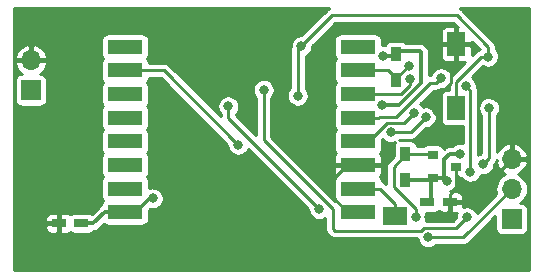
<source format=gtl>
G04 #@! TF.GenerationSoftware,KiCad,Pcbnew,no-vcs-found-200df95~58~ubuntu16.04.1*
G04 #@! TF.CreationDate,2017-05-29T15:08:14+03:00*
G04 #@! TF.ProjectId,ws281x_led_strip_controller,7773323831785F6C65645F7374726970,rev?*
G04 #@! TF.FileFunction,Copper,L1,Top,Signal*
G04 #@! TF.FilePolarity,Positive*
%FSLAX46Y46*%
G04 Gerber Fmt 4.6, Leading zero omitted, Abs format (unit mm)*
G04 Created by KiCad (PCBNEW no-vcs-found-200df95~58~ubuntu16.04.1) date Mon May 29 15:08:14 2017*
%MOMM*%
%LPD*%
G01*
G04 APERTURE LIST*
%ADD10C,0.100000*%
%ADD11C,0.800000*%
%ADD12R,2.000000X1.500000*%
%ADD13R,1.200000X0.750000*%
%ADD14R,1.600000X2.000000*%
%ADD15R,0.900000X1.200000*%
%ADD16R,3.000000X1.200000*%
%ADD17R,0.900000X0.800000*%
%ADD18O,1.700000X1.700000*%
%ADD19R,1.700000X1.700000*%
%ADD20C,0.250000*%
%ADD21C,0.300000*%
%ADD22C,0.254000*%
G04 APERTURE END LIST*
D10*
D11*
X77100000Y-74000000D03*
X77100000Y-75000000D03*
X76100000Y-74000000D03*
X76100000Y-75000000D03*
X75100000Y-74000000D03*
X75100000Y-75000000D03*
X90400000Y-75300000D03*
X91400000Y-75300000D03*
X89400000Y-75300000D03*
X87100000Y-76500000D03*
X88100000Y-76500000D03*
X89100000Y-77500000D03*
X89100000Y-76500000D03*
X87100000Y-77500000D03*
X88100000Y-77500000D03*
X89100000Y-89800000D03*
X89100000Y-90800000D03*
X89100000Y-91800000D03*
X88100000Y-89800000D03*
X88100000Y-90800000D03*
X87100000Y-91800000D03*
X88100000Y-91800000D03*
X87100000Y-89800000D03*
X87100000Y-90800000D03*
X80600000Y-77800000D03*
X80600000Y-78800000D03*
X80600000Y-79800000D03*
X79600000Y-77800000D03*
X79600000Y-78800000D03*
X79600000Y-79800000D03*
X78600000Y-77800000D03*
X78600000Y-78800000D03*
X78600000Y-79800000D03*
X77600000Y-77800000D03*
X77600000Y-78800000D03*
X77600000Y-79800000D03*
D12*
X106350000Y-90600000D03*
D13*
X79750000Y-91200000D03*
X77850000Y-91200000D03*
D14*
X111506000Y-76040000D03*
X111506000Y-81440000D03*
D15*
X106426000Y-76878000D03*
X106426000Y-79078000D03*
D16*
X103180000Y-76264000D03*
X103180000Y-78264000D03*
X103180000Y-80264000D03*
X103180000Y-82264000D03*
X103180000Y-84264000D03*
X103180000Y-86264000D03*
X103180000Y-88264000D03*
X103180000Y-90264000D03*
X83480000Y-90264000D03*
X83480000Y-88264000D03*
X83480000Y-86264000D03*
X83480000Y-84264000D03*
X83480000Y-82264000D03*
X83480000Y-80264000D03*
X83480000Y-78264000D03*
X83480000Y-76264000D03*
D13*
X110950000Y-89400000D03*
X109050000Y-89400000D03*
D15*
X107200000Y-87500000D03*
X107200000Y-85300000D03*
D17*
X111500000Y-86400000D03*
X109500000Y-87350000D03*
X109500000Y-85450000D03*
D18*
X75500000Y-77400000D03*
D19*
X75500000Y-79940000D03*
D18*
X116200000Y-85760000D03*
X116200000Y-88300000D03*
D19*
X116200000Y-90840000D03*
D11*
X109899931Y-81700000D03*
X90751985Y-80948015D03*
X109200000Y-90700000D03*
X106000000Y-75200000D03*
X97850011Y-81860155D03*
X97800000Y-84100000D03*
X110700000Y-87625021D03*
X111800000Y-85300000D03*
X98400000Y-76200000D03*
X98100000Y-80400000D03*
X114200000Y-77100000D03*
X105314920Y-77003273D03*
X105225947Y-81216766D03*
X85800000Y-89100000D03*
X112300000Y-79585024D03*
X112700000Y-86850011D03*
X106000000Y-83500000D03*
X108916747Y-82223856D03*
X114290891Y-81444268D03*
X113800024Y-86200000D03*
X108094274Y-90698271D03*
X99900006Y-90000000D03*
X92200000Y-81300000D03*
X93051985Y-84548015D03*
X95200000Y-79899998D03*
X112400000Y-90700000D03*
X107502627Y-77850010D03*
X107938796Y-81841578D03*
X110227674Y-78917131D03*
X107574922Y-78949713D03*
X109126476Y-92399990D03*
D20*
X109899931Y-81134315D02*
X109899931Y-81700000D01*
X111024987Y-77771013D02*
X111024987Y-79320887D01*
X109899931Y-80445943D02*
X109899931Y-81700000D01*
X111506000Y-77290000D02*
X111024987Y-77771013D01*
X111506000Y-76040000D02*
X111506000Y-77290000D01*
X111024987Y-79320887D02*
X109899931Y-80445943D01*
X103180000Y-86264000D02*
X102280000Y-86264000D01*
X102280000Y-86264000D02*
X101100000Y-87444000D01*
X101100000Y-87444000D02*
X101100000Y-89045874D01*
X101100000Y-89045874D02*
X102318126Y-90264000D01*
X102318126Y-90264000D02*
X103180000Y-90264000D01*
X110950000Y-89400000D02*
X110950000Y-90250000D01*
X110950000Y-90250000D02*
X110500000Y-90700000D01*
X110500000Y-90700000D02*
X109200000Y-90700000D01*
X116200000Y-85760000D02*
X112560000Y-89400000D01*
X112560000Y-89400000D02*
X110950000Y-89400000D01*
X97800000Y-84100000D02*
X97800000Y-81910166D01*
X97800000Y-81910166D02*
X97850011Y-81860155D01*
X111500000Y-88225000D02*
X111500000Y-86400000D01*
X110950000Y-88775000D02*
X111500000Y-88225000D01*
X110950000Y-89400000D02*
X110950000Y-88775000D01*
X111100000Y-75634000D02*
X111506000Y-76040000D01*
D21*
X109500000Y-87350000D02*
X110450000Y-87350000D01*
X110450000Y-87350000D02*
X110500000Y-87300000D01*
X110500000Y-87300000D02*
X110500000Y-85800000D01*
X110500000Y-85800000D02*
X111000000Y-85300000D01*
X111000000Y-85300000D02*
X111800000Y-85300000D01*
X109050000Y-89400000D02*
X109400000Y-89050000D01*
X109400000Y-89050000D02*
X109400000Y-87450000D01*
X109400000Y-87450000D02*
X109500000Y-87350000D01*
X110424979Y-87350000D02*
X110700000Y-87625021D01*
X109500000Y-87350000D02*
X110424979Y-87350000D01*
X107200000Y-87500000D02*
X109350000Y-87500000D01*
X109350000Y-87500000D02*
X109500000Y-87350000D01*
D20*
X113634315Y-77100000D02*
X114200000Y-77100000D01*
X111524998Y-79209317D02*
X113634315Y-77100000D01*
X111524998Y-80171002D02*
X111524998Y-79209317D01*
X111506000Y-81440000D02*
X111506000Y-80190000D01*
X111506000Y-80190000D02*
X111524998Y-80171002D01*
X111541002Y-73600000D02*
X101000000Y-73600000D01*
X101000000Y-73600000D02*
X98400000Y-76200000D01*
X114200000Y-77100000D02*
X114200000Y-76258998D01*
X114200000Y-76258998D02*
X111541002Y-73600000D01*
X98100000Y-80400000D02*
X98100000Y-76500000D01*
X98100000Y-76500000D02*
X98400000Y-76200000D01*
D21*
X105225947Y-81216766D02*
X106674127Y-81216766D01*
X106554000Y-76600000D02*
X106426000Y-76728000D01*
X106674127Y-81216766D02*
X108529566Y-79361327D01*
X108529566Y-79361327D02*
X108529566Y-76729566D01*
X108529566Y-76729566D02*
X108400000Y-76600000D01*
X108400000Y-76600000D02*
X106554000Y-76600000D01*
X106426000Y-76728000D02*
X106426000Y-76878000D01*
X106426000Y-76878000D02*
X106304000Y-77000000D01*
X106304000Y-77000000D02*
X105318193Y-77000000D01*
X105318193Y-77000000D02*
X105314920Y-77003273D01*
X83480000Y-90264000D02*
X84380000Y-90264000D01*
X84380000Y-90264000D02*
X85544000Y-89100000D01*
X85544000Y-89100000D02*
X85800000Y-89100000D01*
X83480000Y-90264000D02*
X81730000Y-90264000D01*
X81730000Y-90264000D02*
X80794000Y-91200000D01*
X80794000Y-91200000D02*
X79750000Y-91200000D01*
D20*
X112699999Y-79985023D02*
X112300000Y-79585024D01*
X112700000Y-86850011D02*
X112699999Y-79985023D01*
X107640603Y-83500000D02*
X106000000Y-83500000D01*
X108916747Y-82223856D02*
X107640603Y-83500000D01*
X114290891Y-85709133D02*
X114290891Y-81444268D01*
X113800024Y-86200000D02*
X114290891Y-85709133D01*
X107200000Y-85300000D02*
X107200000Y-85450000D01*
X107200000Y-85450000D02*
X106200000Y-86450000D01*
X106200000Y-86450000D02*
X106200000Y-88100000D01*
X106200000Y-88100000D02*
X108094274Y-89994274D01*
X108094274Y-89994274D02*
X108094274Y-90698271D01*
X92200000Y-82299994D02*
X99900006Y-90000000D01*
X92200000Y-81300000D02*
X92200000Y-82299994D01*
X107200000Y-85300000D02*
X107200000Y-85299998D01*
X107200000Y-85300000D02*
X109350000Y-85300000D01*
X109350000Y-85300000D02*
X109500000Y-85450000D01*
X83480000Y-78264000D02*
X86767970Y-78264000D01*
X86767970Y-78264000D02*
X93051985Y-84548015D01*
X95200000Y-84158563D02*
X95200000Y-79899998D01*
X101224988Y-91824988D02*
X101075001Y-91675001D01*
X108554476Y-91824988D02*
X101224988Y-91824988D01*
X108754475Y-91624989D02*
X108554476Y-91824988D01*
X111475011Y-91624989D02*
X108754475Y-91624989D01*
X112400000Y-90700000D02*
X111475011Y-91624989D01*
X101075001Y-91675001D02*
X101075001Y-90033564D01*
X101075001Y-90033564D02*
X95200000Y-84158563D01*
X106350000Y-89600000D02*
X105014000Y-88264000D01*
X106350000Y-90600000D02*
X106350000Y-89600000D01*
X105014000Y-88264000D02*
X103180000Y-88264000D01*
X106426000Y-78926637D02*
X107502627Y-77850010D01*
X106426000Y-78928000D02*
X106426000Y-78926637D01*
X106426000Y-79078000D02*
X106426000Y-78928000D01*
X103180000Y-78264000D02*
X105612000Y-78264000D01*
X105612000Y-78264000D02*
X105648000Y-78228000D01*
X105648000Y-78228000D02*
X105726000Y-78228000D01*
X105726000Y-78228000D02*
X106426000Y-78928000D01*
X105619002Y-82724998D02*
X107055376Y-82724998D01*
X107055376Y-82724998D02*
X107938796Y-81841578D01*
X103180000Y-84264000D02*
X104080000Y-84264000D01*
X104080000Y-84264000D02*
X105619002Y-82724998D01*
X106408383Y-82224987D02*
X104969013Y-82224987D01*
X109827675Y-79317130D02*
X109316240Y-79317130D01*
X104969013Y-82224987D02*
X104930000Y-82264000D01*
X109316240Y-79317130D02*
X106408383Y-82224987D01*
X110227674Y-78917131D02*
X109827675Y-79317130D01*
X104930000Y-82264000D02*
X103180000Y-82264000D01*
X106826320Y-80264000D02*
X107574922Y-79515398D01*
X103180000Y-80264000D02*
X106826320Y-80264000D01*
X107574922Y-79515398D02*
X107574922Y-78949713D01*
X112100010Y-92399990D02*
X109126476Y-92399990D01*
X116200000Y-88300000D02*
X112100010Y-92399990D01*
D22*
G36*
X100698332Y-73025488D02*
X100644895Y-73053187D01*
X100642216Y-73055325D01*
X100639189Y-73056935D01*
X100592494Y-73095018D01*
X100545448Y-73132575D01*
X100540680Y-73137277D01*
X100540578Y-73137360D01*
X100540500Y-73137454D01*
X100538966Y-73138967D01*
X98404959Y-75272973D01*
X98315577Y-75272349D01*
X98137003Y-75306413D01*
X97968447Y-75374515D01*
X97816328Y-75474058D01*
X97686441Y-75601253D01*
X97583733Y-75751254D01*
X97512117Y-75918347D01*
X97474320Y-76096168D01*
X97471782Y-76277945D01*
X97478344Y-76313700D01*
X97462248Y-76364442D01*
X97461866Y-76367846D01*
X97460863Y-76371127D01*
X97454772Y-76431089D01*
X97448064Y-76490897D01*
X97448017Y-76497598D01*
X97448004Y-76497725D01*
X97448015Y-76497843D01*
X97448000Y-76500000D01*
X97448000Y-79740970D01*
X97386441Y-79801253D01*
X97283733Y-79951254D01*
X97212117Y-80118347D01*
X97174320Y-80296168D01*
X97171782Y-80477945D01*
X97204599Y-80656752D01*
X97271522Y-80825780D01*
X97370001Y-80978590D01*
X97496286Y-81109362D01*
X97645566Y-81213114D01*
X97812155Y-81285895D01*
X97989708Y-81324932D01*
X98171463Y-81328740D01*
X98350495Y-81297171D01*
X98519986Y-81231430D01*
X98673479Y-81134020D01*
X98805130Y-81008651D01*
X98909921Y-80860099D01*
X98983864Y-80694022D01*
X99024140Y-80516746D01*
X99027039Y-80309103D01*
X98991729Y-80130771D01*
X98922452Y-79962694D01*
X98821849Y-79811274D01*
X98752000Y-79740935D01*
X98752000Y-77057800D01*
X98819986Y-77031430D01*
X98973479Y-76934020D01*
X99105130Y-76808651D01*
X99209921Y-76660099D01*
X99283864Y-76494022D01*
X99324140Y-76316746D01*
X99325822Y-76196245D01*
X100533972Y-74988095D01*
X110179000Y-74988095D01*
X110179000Y-75835250D01*
X110310750Y-75967000D01*
X111433000Y-75967000D01*
X111433000Y-74644750D01*
X111301250Y-74513000D01*
X110654095Y-74513000D01*
X110552280Y-74533252D01*
X110456372Y-74572979D01*
X110370057Y-74630652D01*
X110296652Y-74704057D01*
X110238979Y-74790372D01*
X110199252Y-74886280D01*
X110179000Y-74988095D01*
X100533972Y-74988095D01*
X101270067Y-74252000D01*
X111270934Y-74252000D01*
X111621342Y-74602408D01*
X111579000Y-74644750D01*
X111579000Y-75967000D01*
X112701250Y-75967000D01*
X112833000Y-75835250D01*
X112833000Y-75814066D01*
X113485919Y-76466985D01*
X113450020Y-76477824D01*
X113392183Y-76494627D01*
X113389138Y-76496205D01*
X113385857Y-76497196D01*
X113332682Y-76525470D01*
X113279210Y-76553187D01*
X113276531Y-76555325D01*
X113273504Y-76556935D01*
X113226785Y-76595038D01*
X113179764Y-76632575D01*
X113174996Y-76637276D01*
X113174893Y-76637360D01*
X113174814Y-76637456D01*
X113173282Y-76638966D01*
X112833000Y-76979248D01*
X112833000Y-76244750D01*
X112701250Y-76113000D01*
X111579000Y-76113000D01*
X111579000Y-77435250D01*
X111710750Y-77567000D01*
X112245248Y-77567000D01*
X111126831Y-78685416D01*
X111119403Y-78647902D01*
X111050126Y-78479825D01*
X110949523Y-78328405D01*
X110821425Y-78199409D01*
X110670711Y-78097752D01*
X110503122Y-78027304D01*
X110325041Y-77990749D01*
X110143251Y-77989480D01*
X109964677Y-78023544D01*
X109796121Y-78091646D01*
X109644002Y-78191189D01*
X109514115Y-78318384D01*
X109411407Y-78468385D01*
X109339791Y-78635478D01*
X109333488Y-78665130D01*
X109316240Y-78665130D01*
X109256283Y-78671009D01*
X109206566Y-78675358D01*
X109206566Y-76729566D01*
X109200466Y-76667356D01*
X109195014Y-76605031D01*
X109194020Y-76601611D01*
X109193673Y-76598069D01*
X109175597Y-76538198D01*
X109158151Y-76478150D01*
X109156514Y-76474991D01*
X109155484Y-76471581D01*
X109126115Y-76416347D01*
X109097346Y-76360845D01*
X109095125Y-76358063D01*
X109093454Y-76354920D01*
X109053938Y-76306469D01*
X109014914Y-76257585D01*
X109010027Y-76252629D01*
X109009945Y-76252529D01*
X109009852Y-76252452D01*
X109008277Y-76250855D01*
X109002172Y-76244750D01*
X110179000Y-76244750D01*
X110179000Y-77091905D01*
X110199252Y-77193720D01*
X110238979Y-77289628D01*
X110296652Y-77375943D01*
X110370057Y-77449348D01*
X110456372Y-77507021D01*
X110552280Y-77546748D01*
X110654095Y-77567000D01*
X111301250Y-77567000D01*
X111433000Y-77435250D01*
X111433000Y-76113000D01*
X110310750Y-76113000D01*
X110179000Y-76244750D01*
X109002172Y-76244750D01*
X108878711Y-76121289D01*
X108830404Y-76081609D01*
X108782483Y-76041398D01*
X108779363Y-76039683D01*
X108776612Y-76037423D01*
X108721491Y-76007867D01*
X108666699Y-75977745D01*
X108663306Y-75976669D01*
X108660168Y-75974986D01*
X108600336Y-75956694D01*
X108540756Y-75937794D01*
X108537220Y-75937397D01*
X108533814Y-75936356D01*
X108471617Y-75930039D01*
X108409452Y-75923066D01*
X108402485Y-75923017D01*
X108402363Y-75923005D01*
X108402250Y-75923016D01*
X108400000Y-75923000D01*
X107266409Y-75923000D01*
X107250448Y-75903552D01*
X107170202Y-75837696D01*
X107078650Y-75788761D01*
X106979310Y-75758626D01*
X106876000Y-75748451D01*
X105976000Y-75748451D01*
X105872690Y-75758626D01*
X105773350Y-75788761D01*
X105681798Y-75837696D01*
X105601552Y-75903552D01*
X105535696Y-75983798D01*
X105486761Y-76075350D01*
X105481955Y-76091192D01*
X105412287Y-76076891D01*
X105230497Y-76075622D01*
X105209549Y-76079618D01*
X105209549Y-75664000D01*
X105199374Y-75560690D01*
X105169239Y-75461350D01*
X105120304Y-75369798D01*
X105054448Y-75289552D01*
X104974202Y-75223696D01*
X104882650Y-75174761D01*
X104783310Y-75144626D01*
X104680000Y-75134451D01*
X101680000Y-75134451D01*
X101576690Y-75144626D01*
X101477350Y-75174761D01*
X101385798Y-75223696D01*
X101305552Y-75289552D01*
X101239696Y-75369798D01*
X101190761Y-75461350D01*
X101160626Y-75560690D01*
X101150451Y-75664000D01*
X101150451Y-76864000D01*
X101160626Y-76967310D01*
X101190761Y-77066650D01*
X101239696Y-77158202D01*
X101305552Y-77238448D01*
X101336687Y-77264000D01*
X101305552Y-77289552D01*
X101239696Y-77369798D01*
X101190761Y-77461350D01*
X101160626Y-77560690D01*
X101150451Y-77664000D01*
X101150451Y-78864000D01*
X101160626Y-78967310D01*
X101190761Y-79066650D01*
X101239696Y-79158202D01*
X101305552Y-79238448D01*
X101336687Y-79264000D01*
X101305552Y-79289552D01*
X101239696Y-79369798D01*
X101190761Y-79461350D01*
X101160626Y-79560690D01*
X101150451Y-79664000D01*
X101150451Y-80864000D01*
X101160626Y-80967310D01*
X101190761Y-81066650D01*
X101239696Y-81158202D01*
X101305552Y-81238448D01*
X101336687Y-81264000D01*
X101305552Y-81289552D01*
X101239696Y-81369798D01*
X101190761Y-81461350D01*
X101160626Y-81560690D01*
X101150451Y-81664000D01*
X101150451Y-82864000D01*
X101160626Y-82967310D01*
X101190761Y-83066650D01*
X101239696Y-83158202D01*
X101305552Y-83238448D01*
X101336687Y-83264000D01*
X101305552Y-83289552D01*
X101239696Y-83369798D01*
X101190761Y-83461350D01*
X101160626Y-83560690D01*
X101150451Y-83664000D01*
X101150451Y-84864000D01*
X101160626Y-84967310D01*
X101190761Y-85066650D01*
X101239696Y-85158202D01*
X101305552Y-85238448D01*
X101335601Y-85263108D01*
X101270652Y-85328057D01*
X101212979Y-85414372D01*
X101173252Y-85510280D01*
X101153000Y-85612095D01*
X101153000Y-86059250D01*
X101284750Y-86191000D01*
X103107000Y-86191000D01*
X103107000Y-86171000D01*
X103253000Y-86171000D01*
X103253000Y-86191000D01*
X105075250Y-86191000D01*
X105207000Y-86059250D01*
X105207000Y-85612095D01*
X105186748Y-85510280D01*
X105147021Y-85414372D01*
X105089348Y-85328057D01*
X105024399Y-85263108D01*
X105054448Y-85238448D01*
X105120304Y-85158202D01*
X105169239Y-85066650D01*
X105199374Y-84967310D01*
X105209549Y-84864000D01*
X105209549Y-84056519D01*
X105237660Y-84028407D01*
X105270001Y-84078590D01*
X105396286Y-84209362D01*
X105545566Y-84313114D01*
X105712155Y-84385895D01*
X105889708Y-84424932D01*
X106071463Y-84428740D01*
X106250495Y-84397171D01*
X106347727Y-84359457D01*
X106309696Y-84405798D01*
X106260761Y-84497350D01*
X106230626Y-84596690D01*
X106220451Y-84700000D01*
X106220451Y-85507481D01*
X105738966Y-85988966D01*
X105700690Y-86035565D01*
X105662026Y-86081642D01*
X105660376Y-86084644D01*
X105658198Y-86087295D01*
X105629728Y-86140392D01*
X105600724Y-86193150D01*
X105599687Y-86196418D01*
X105598067Y-86199440D01*
X105580449Y-86257066D01*
X105562248Y-86314442D01*
X105561866Y-86317846D01*
X105560863Y-86321127D01*
X105554772Y-86381089D01*
X105548064Y-86440897D01*
X105548017Y-86447598D01*
X105548004Y-86447725D01*
X105548015Y-86447843D01*
X105548000Y-86450000D01*
X105548000Y-87875932D01*
X105475034Y-87802966D01*
X105428435Y-87764690D01*
X105382358Y-87726026D01*
X105379356Y-87724376D01*
X105376705Y-87722198D01*
X105323608Y-87693728D01*
X105270850Y-87664724D01*
X105267582Y-87663687D01*
X105264560Y-87662067D01*
X105207645Y-87644666D01*
X105199374Y-87560690D01*
X105169239Y-87461350D01*
X105120304Y-87369798D01*
X105054448Y-87289552D01*
X105024399Y-87264892D01*
X105089348Y-87199943D01*
X105147021Y-87113628D01*
X105186748Y-87017720D01*
X105207000Y-86915905D01*
X105207000Y-86468750D01*
X105075250Y-86337000D01*
X103253000Y-86337000D01*
X103253000Y-86357000D01*
X103107000Y-86357000D01*
X103107000Y-86337000D01*
X101284750Y-86337000D01*
X101153000Y-86468750D01*
X101153000Y-86915905D01*
X101173252Y-87017720D01*
X101212979Y-87113628D01*
X101270652Y-87199943D01*
X101335601Y-87264892D01*
X101305552Y-87289552D01*
X101239696Y-87369798D01*
X101190761Y-87461350D01*
X101160626Y-87560690D01*
X101150451Y-87664000D01*
X101150451Y-88864000D01*
X101160626Y-88967310D01*
X101190761Y-89066650D01*
X101239696Y-89158202D01*
X101305552Y-89238448D01*
X101335601Y-89263108D01*
X101281107Y-89317602D01*
X95852000Y-83888495D01*
X95852000Y-80559244D01*
X95905130Y-80508649D01*
X96009921Y-80360097D01*
X96083864Y-80194020D01*
X96124140Y-80016744D01*
X96127039Y-79809101D01*
X96091729Y-79630769D01*
X96022452Y-79462692D01*
X95921849Y-79311272D01*
X95793751Y-79182276D01*
X95643037Y-79080619D01*
X95475448Y-79010171D01*
X95297367Y-78973616D01*
X95115577Y-78972347D01*
X94937003Y-79006411D01*
X94768447Y-79074513D01*
X94616328Y-79174056D01*
X94486441Y-79301251D01*
X94383733Y-79451252D01*
X94312117Y-79618345D01*
X94274320Y-79796166D01*
X94271782Y-79977943D01*
X94304599Y-80156750D01*
X94371522Y-80325778D01*
X94470001Y-80478588D01*
X94548000Y-80559358D01*
X94548000Y-83725926D01*
X92852000Y-82029926D01*
X92852000Y-81959246D01*
X92905130Y-81908651D01*
X93009921Y-81760099D01*
X93083864Y-81594022D01*
X93124140Y-81416746D01*
X93127039Y-81209103D01*
X93091729Y-81030771D01*
X93022452Y-80862694D01*
X92921849Y-80711274D01*
X92793751Y-80582278D01*
X92643037Y-80480621D01*
X92475448Y-80410173D01*
X92297367Y-80373618D01*
X92115577Y-80372349D01*
X91937003Y-80406413D01*
X91768447Y-80474515D01*
X91616328Y-80574058D01*
X91486441Y-80701253D01*
X91383733Y-80851254D01*
X91312117Y-81018347D01*
X91274320Y-81196168D01*
X91271782Y-81377945D01*
X91304599Y-81556752D01*
X91371522Y-81725780D01*
X91470001Y-81878590D01*
X91548000Y-81959360D01*
X91548000Y-82121963D01*
X87229004Y-77802966D01*
X87182405Y-77764690D01*
X87136328Y-77726026D01*
X87133326Y-77724376D01*
X87130675Y-77722198D01*
X87077578Y-77693728D01*
X87024820Y-77664724D01*
X87021552Y-77663687D01*
X87018530Y-77662067D01*
X86960904Y-77644449D01*
X86903528Y-77626248D01*
X86900124Y-77625866D01*
X86896843Y-77624863D01*
X86836881Y-77618772D01*
X86777073Y-77612064D01*
X86770372Y-77612017D01*
X86770245Y-77612004D01*
X86770127Y-77612015D01*
X86767970Y-77612000D01*
X85504428Y-77612000D01*
X85499374Y-77560690D01*
X85469239Y-77461350D01*
X85420304Y-77369798D01*
X85354448Y-77289552D01*
X85323313Y-77264000D01*
X85354448Y-77238448D01*
X85420304Y-77158202D01*
X85469239Y-77066650D01*
X85499374Y-76967310D01*
X85509549Y-76864000D01*
X85509549Y-75664000D01*
X85499374Y-75560690D01*
X85469239Y-75461350D01*
X85420304Y-75369798D01*
X85354448Y-75289552D01*
X85274202Y-75223696D01*
X85182650Y-75174761D01*
X85083310Y-75144626D01*
X84980000Y-75134451D01*
X81980000Y-75134451D01*
X81876690Y-75144626D01*
X81777350Y-75174761D01*
X81685798Y-75223696D01*
X81605552Y-75289552D01*
X81539696Y-75369798D01*
X81490761Y-75461350D01*
X81460626Y-75560690D01*
X81450451Y-75664000D01*
X81450451Y-76864000D01*
X81460626Y-76967310D01*
X81490761Y-77066650D01*
X81539696Y-77158202D01*
X81605552Y-77238448D01*
X81636687Y-77264000D01*
X81605552Y-77289552D01*
X81539696Y-77369798D01*
X81490761Y-77461350D01*
X81460626Y-77560690D01*
X81450451Y-77664000D01*
X81450451Y-78864000D01*
X81460626Y-78967310D01*
X81490761Y-79066650D01*
X81539696Y-79158202D01*
X81605552Y-79238448D01*
X81636687Y-79264000D01*
X81605552Y-79289552D01*
X81539696Y-79369798D01*
X81490761Y-79461350D01*
X81460626Y-79560690D01*
X81450451Y-79664000D01*
X81450451Y-80864000D01*
X81460626Y-80967310D01*
X81490761Y-81066650D01*
X81539696Y-81158202D01*
X81605552Y-81238448D01*
X81636687Y-81264000D01*
X81605552Y-81289552D01*
X81539696Y-81369798D01*
X81490761Y-81461350D01*
X81460626Y-81560690D01*
X81450451Y-81664000D01*
X81450451Y-82864000D01*
X81460626Y-82967310D01*
X81490761Y-83066650D01*
X81539696Y-83158202D01*
X81605552Y-83238448D01*
X81636687Y-83264000D01*
X81605552Y-83289552D01*
X81539696Y-83369798D01*
X81490761Y-83461350D01*
X81460626Y-83560690D01*
X81450451Y-83664000D01*
X81450451Y-84864000D01*
X81460626Y-84967310D01*
X81490761Y-85066650D01*
X81539696Y-85158202D01*
X81605552Y-85238448D01*
X81636687Y-85264000D01*
X81605552Y-85289552D01*
X81539696Y-85369798D01*
X81490761Y-85461350D01*
X81460626Y-85560690D01*
X81450451Y-85664000D01*
X81450451Y-86864000D01*
X81460626Y-86967310D01*
X81490761Y-87066650D01*
X81539696Y-87158202D01*
X81605552Y-87238448D01*
X81636687Y-87264000D01*
X81605552Y-87289552D01*
X81539696Y-87369798D01*
X81490761Y-87461350D01*
X81460626Y-87560690D01*
X81450451Y-87664000D01*
X81450451Y-88864000D01*
X81460626Y-88967310D01*
X81490761Y-89066650D01*
X81539696Y-89158202D01*
X81605552Y-89238448D01*
X81636687Y-89264000D01*
X81605552Y-89289552D01*
X81539696Y-89369798D01*
X81490761Y-89461350D01*
X81460626Y-89560690D01*
X81451953Y-89648749D01*
X81416781Y-89667451D01*
X81361279Y-89696220D01*
X81358497Y-89698441D01*
X81355354Y-89700112D01*
X81306903Y-89739628D01*
X81258019Y-89778652D01*
X81253063Y-89783539D01*
X81252963Y-89783621D01*
X81252886Y-89783714D01*
X81251289Y-89785289D01*
X80648420Y-90388158D01*
X80644202Y-90384696D01*
X80552650Y-90335761D01*
X80453310Y-90305626D01*
X80350000Y-90295451D01*
X79150000Y-90295451D01*
X79046690Y-90305626D01*
X78947350Y-90335761D01*
X78855798Y-90384696D01*
X78800428Y-90430137D01*
X78785943Y-90415652D01*
X78699628Y-90357979D01*
X78603720Y-90318252D01*
X78501905Y-90298000D01*
X78054750Y-90298000D01*
X77923000Y-90429750D01*
X77923000Y-91127000D01*
X77943000Y-91127000D01*
X77943000Y-91273000D01*
X77923000Y-91273000D01*
X77923000Y-91970250D01*
X78054750Y-92102000D01*
X78501905Y-92102000D01*
X78603720Y-92081748D01*
X78699628Y-92042021D01*
X78785943Y-91984348D01*
X78800428Y-91969863D01*
X78855798Y-92015304D01*
X78947350Y-92064239D01*
X79046690Y-92094374D01*
X79150000Y-92104549D01*
X80350000Y-92104549D01*
X80453310Y-92094374D01*
X80552650Y-92064239D01*
X80644202Y-92015304D01*
X80724448Y-91949448D01*
X80783904Y-91877000D01*
X80794000Y-91877000D01*
X80856210Y-91870900D01*
X80918535Y-91865448D01*
X80921955Y-91864454D01*
X80925497Y-91864107D01*
X80985368Y-91846031D01*
X81045416Y-91828585D01*
X81048575Y-91826948D01*
X81051985Y-91825918D01*
X81107219Y-91796549D01*
X81162721Y-91767780D01*
X81165503Y-91765559D01*
X81168646Y-91763888D01*
X81217097Y-91724372D01*
X81265981Y-91685348D01*
X81270937Y-91680461D01*
X81271037Y-91680379D01*
X81271114Y-91680286D01*
X81272711Y-91678711D01*
X81664553Y-91286869D01*
X81685798Y-91304304D01*
X81777350Y-91353239D01*
X81876690Y-91383374D01*
X81980000Y-91393549D01*
X84980000Y-91393549D01*
X85083310Y-91383374D01*
X85182650Y-91353239D01*
X85274202Y-91304304D01*
X85354448Y-91238448D01*
X85420304Y-91158202D01*
X85469239Y-91066650D01*
X85499374Y-90967310D01*
X85509549Y-90864000D01*
X85509549Y-90091874D01*
X85596896Y-90004526D01*
X85689708Y-90024932D01*
X85871463Y-90028740D01*
X86050495Y-89997171D01*
X86219986Y-89931430D01*
X86373479Y-89834020D01*
X86505130Y-89708651D01*
X86609921Y-89560099D01*
X86683864Y-89394022D01*
X86724140Y-89216746D01*
X86727039Y-89009103D01*
X86691729Y-88830771D01*
X86622452Y-88662694D01*
X86521849Y-88511274D01*
X86393751Y-88382278D01*
X86243037Y-88280621D01*
X86075448Y-88210173D01*
X85897367Y-88173618D01*
X85715577Y-88172349D01*
X85537003Y-88206413D01*
X85509549Y-88217505D01*
X85509549Y-87664000D01*
X85499374Y-87560690D01*
X85469239Y-87461350D01*
X85420304Y-87369798D01*
X85354448Y-87289552D01*
X85323313Y-87264000D01*
X85354448Y-87238448D01*
X85420304Y-87158202D01*
X85469239Y-87066650D01*
X85499374Y-86967310D01*
X85509549Y-86864000D01*
X85509549Y-85664000D01*
X85499374Y-85560690D01*
X85469239Y-85461350D01*
X85420304Y-85369798D01*
X85354448Y-85289552D01*
X85323313Y-85264000D01*
X85354448Y-85238448D01*
X85420304Y-85158202D01*
X85469239Y-85066650D01*
X85499374Y-84967310D01*
X85509549Y-84864000D01*
X85509549Y-83664000D01*
X85499374Y-83560690D01*
X85469239Y-83461350D01*
X85420304Y-83369798D01*
X85354448Y-83289552D01*
X85323313Y-83264000D01*
X85354448Y-83238448D01*
X85420304Y-83158202D01*
X85469239Y-83066650D01*
X85499374Y-82967310D01*
X85509549Y-82864000D01*
X85509549Y-81664000D01*
X85499374Y-81560690D01*
X85469239Y-81461350D01*
X85420304Y-81369798D01*
X85354448Y-81289552D01*
X85323313Y-81264000D01*
X85354448Y-81238448D01*
X85420304Y-81158202D01*
X85469239Y-81066650D01*
X85499374Y-80967310D01*
X85509549Y-80864000D01*
X85509549Y-79664000D01*
X85499374Y-79560690D01*
X85469239Y-79461350D01*
X85420304Y-79369798D01*
X85354448Y-79289552D01*
X85323313Y-79264000D01*
X85354448Y-79238448D01*
X85420304Y-79158202D01*
X85469239Y-79066650D01*
X85499374Y-78967310D01*
X85504428Y-78916000D01*
X86497902Y-78916000D01*
X92124925Y-84543022D01*
X92123767Y-84625960D01*
X92156584Y-84804767D01*
X92223507Y-84973795D01*
X92321986Y-85126605D01*
X92448271Y-85257377D01*
X92597551Y-85361129D01*
X92764140Y-85433910D01*
X92941693Y-85472947D01*
X93123448Y-85476755D01*
X93302480Y-85445186D01*
X93471971Y-85379445D01*
X93625464Y-85282035D01*
X93757115Y-85156666D01*
X93861906Y-85008114D01*
X93900152Y-84922214D01*
X98972946Y-89995008D01*
X98971788Y-90077945D01*
X99004605Y-90256752D01*
X99071528Y-90425780D01*
X99170007Y-90578590D01*
X99296292Y-90709362D01*
X99445572Y-90813114D01*
X99612161Y-90885895D01*
X99789714Y-90924932D01*
X99971469Y-90928740D01*
X100150501Y-90897171D01*
X100319992Y-90831430D01*
X100423001Y-90766058D01*
X100423001Y-91675001D01*
X100428879Y-91734954D01*
X100434127Y-91794938D01*
X100435083Y-91798230D01*
X100435418Y-91801642D01*
X100452821Y-91859284D01*
X100469628Y-91917133D01*
X100471206Y-91920178D01*
X100472197Y-91923459D01*
X100500471Y-91976634D01*
X100528188Y-92030106D01*
X100530326Y-92032785D01*
X100531936Y-92035812D01*
X100570019Y-92082507D01*
X100607576Y-92129553D01*
X100612281Y-92134325D01*
X100612361Y-92134423D01*
X100612451Y-92134498D01*
X100613967Y-92136035D01*
X100763955Y-92286022D01*
X100810528Y-92324278D01*
X100856630Y-92362962D01*
X100859632Y-92364612D01*
X100862283Y-92366790D01*
X100915380Y-92395260D01*
X100968138Y-92424264D01*
X100971406Y-92425301D01*
X100974428Y-92426921D01*
X101032054Y-92444539D01*
X101089430Y-92462740D01*
X101092834Y-92463122D01*
X101096115Y-92464125D01*
X101156121Y-92470221D01*
X101215885Y-92476924D01*
X101222576Y-92476971D01*
X101222713Y-92476985D01*
X101222841Y-92476973D01*
X101224988Y-92476988D01*
X108198271Y-92476988D01*
X108198258Y-92477935D01*
X108231075Y-92656742D01*
X108297998Y-92825770D01*
X108396477Y-92978580D01*
X108522762Y-93109352D01*
X108672042Y-93213104D01*
X108838631Y-93285885D01*
X109016184Y-93324922D01*
X109197939Y-93328730D01*
X109376971Y-93297161D01*
X109546462Y-93231420D01*
X109699955Y-93134010D01*
X109786085Y-93051990D01*
X112100010Y-93051990D01*
X112159963Y-93046112D01*
X112219947Y-93040864D01*
X112223239Y-93039908D01*
X112226651Y-93039573D01*
X112284293Y-93022170D01*
X112342142Y-93005363D01*
X112345187Y-93003785D01*
X112348468Y-93002794D01*
X112401643Y-92974520D01*
X112455115Y-92946803D01*
X112457794Y-92944665D01*
X112460821Y-92943055D01*
X112507516Y-92904972D01*
X112554562Y-92867415D01*
X112559334Y-92862710D01*
X112559432Y-92862630D01*
X112559507Y-92862540D01*
X112561044Y-92861024D01*
X114820451Y-90601616D01*
X114820451Y-91690000D01*
X114830626Y-91793310D01*
X114860761Y-91892650D01*
X114909696Y-91984202D01*
X114975552Y-92064448D01*
X115055798Y-92130304D01*
X115147350Y-92179239D01*
X115246690Y-92209374D01*
X115350000Y-92219549D01*
X117050000Y-92219549D01*
X117153310Y-92209374D01*
X117252650Y-92179239D01*
X117344202Y-92130304D01*
X117424448Y-92064448D01*
X117490304Y-91984202D01*
X117539239Y-91892650D01*
X117569374Y-91793310D01*
X117579549Y-91690000D01*
X117579549Y-89990000D01*
X117569374Y-89886690D01*
X117539239Y-89787350D01*
X117490304Y-89695798D01*
X117424448Y-89615552D01*
X117344202Y-89549696D01*
X117252650Y-89500761D01*
X117153310Y-89470626D01*
X117050000Y-89460451D01*
X116943259Y-89460451D01*
X116968683Y-89446933D01*
X117176944Y-89277079D01*
X117348248Y-89070009D01*
X117476069Y-88833609D01*
X117555538Y-88576884D01*
X117583629Y-88309613D01*
X117559273Y-88041976D01*
X117483395Y-87784167D01*
X117358887Y-87546005D01*
X117190492Y-87336564D01*
X116984623Y-87163819D01*
X116749121Y-87034351D01*
X116731756Y-87028842D01*
X116744422Y-87024809D01*
X116980713Y-86894295D01*
X117187002Y-86720190D01*
X117355361Y-86509186D01*
X117479320Y-86269391D01*
X117546715Y-86047209D01*
X117443108Y-85833000D01*
X116273000Y-85833000D01*
X116273000Y-85853000D01*
X116127000Y-85853000D01*
X116127000Y-85833000D01*
X116107000Y-85833000D01*
X116107000Y-85687000D01*
X116127000Y-85687000D01*
X116127000Y-84516683D01*
X116273000Y-84516683D01*
X116273000Y-85687000D01*
X117443108Y-85687000D01*
X117546715Y-85472791D01*
X117479320Y-85250609D01*
X117355361Y-85010814D01*
X117187002Y-84799810D01*
X116980713Y-84625705D01*
X116744422Y-84495191D01*
X116487209Y-84413282D01*
X116273000Y-84516683D01*
X116127000Y-84516683D01*
X115912791Y-84413282D01*
X115655578Y-84495191D01*
X115419287Y-84625705D01*
X115212998Y-84799810D01*
X115044639Y-85010814D01*
X114942891Y-85207642D01*
X114942891Y-82103514D01*
X114996021Y-82052919D01*
X115100812Y-81904367D01*
X115174755Y-81738290D01*
X115215031Y-81561014D01*
X115217930Y-81353371D01*
X115182620Y-81175039D01*
X115113343Y-81006962D01*
X115012740Y-80855542D01*
X114884642Y-80726546D01*
X114733928Y-80624889D01*
X114566339Y-80554441D01*
X114388258Y-80517886D01*
X114206468Y-80516617D01*
X114027894Y-80550681D01*
X113859338Y-80618783D01*
X113707219Y-80718326D01*
X113577332Y-80845521D01*
X113474624Y-80995522D01*
X113403008Y-81162615D01*
X113365211Y-81340436D01*
X113362673Y-81522213D01*
X113395490Y-81701020D01*
X113462413Y-81870048D01*
X113560892Y-82022858D01*
X113638891Y-82103628D01*
X113638891Y-85286982D01*
X113537027Y-85306413D01*
X113368471Y-85374515D01*
X113352000Y-85385293D01*
X113351999Y-79985023D01*
X113346116Y-79925020D01*
X113340872Y-79865086D01*
X113339917Y-79861799D01*
X113339582Y-79858382D01*
X113322152Y-79800652D01*
X113305371Y-79742891D01*
X113303795Y-79739850D01*
X113302803Y-79736565D01*
X113274511Y-79683355D01*
X113246812Y-79629918D01*
X113244674Y-79627239D01*
X113243064Y-79624212D01*
X113225523Y-79602705D01*
X113227039Y-79494127D01*
X113191729Y-79315795D01*
X113122452Y-79147718D01*
X113021849Y-78996298D01*
X112893751Y-78867302D01*
X112831243Y-78825140D01*
X113744210Y-77912172D01*
X113745566Y-77913114D01*
X113912155Y-77985895D01*
X114089708Y-78024932D01*
X114271463Y-78028740D01*
X114450495Y-77997171D01*
X114619986Y-77931430D01*
X114773479Y-77834020D01*
X114905130Y-77708651D01*
X115009921Y-77560099D01*
X115083864Y-77394022D01*
X115124140Y-77216746D01*
X115127039Y-77009103D01*
X115091729Y-76830771D01*
X115022452Y-76662694D01*
X114921849Y-76511274D01*
X114852000Y-76440935D01*
X114852000Y-76258998D01*
X114846117Y-76198995D01*
X114840873Y-76139061D01*
X114839918Y-76135774D01*
X114839583Y-76132357D01*
X114822153Y-76074627D01*
X114805372Y-76016866D01*
X114803796Y-76013825D01*
X114802804Y-76010540D01*
X114774512Y-75957330D01*
X114746813Y-75903893D01*
X114744675Y-75901214D01*
X114743065Y-75898187D01*
X114704982Y-75851492D01*
X114667425Y-75804446D01*
X114662720Y-75799674D01*
X114662640Y-75799576D01*
X114662550Y-75799501D01*
X114661034Y-75797964D01*
X112002036Y-73138966D01*
X111955437Y-73100690D01*
X111909360Y-73062026D01*
X111906358Y-73060376D01*
X111903707Y-73058198D01*
X111850610Y-73029728D01*
X111800173Y-73002000D01*
X117698000Y-73002000D01*
X117698000Y-95148000D01*
X74102000Y-95148000D01*
X74102000Y-91404750D01*
X76723000Y-91404750D01*
X76723000Y-91626905D01*
X76743252Y-91728720D01*
X76782979Y-91824628D01*
X76840652Y-91910943D01*
X76914057Y-91984348D01*
X77000372Y-92042021D01*
X77096280Y-92081748D01*
X77198095Y-92102000D01*
X77645250Y-92102000D01*
X77777000Y-91970250D01*
X77777000Y-91273000D01*
X76854750Y-91273000D01*
X76723000Y-91404750D01*
X74102000Y-91404750D01*
X74102000Y-90773095D01*
X76723000Y-90773095D01*
X76723000Y-90995250D01*
X76854750Y-91127000D01*
X77777000Y-91127000D01*
X77777000Y-90429750D01*
X77645250Y-90298000D01*
X77198095Y-90298000D01*
X77096280Y-90318252D01*
X77000372Y-90357979D01*
X76914057Y-90415652D01*
X76840652Y-90489057D01*
X76782979Y-90575372D01*
X76743252Y-90671280D01*
X76723000Y-90773095D01*
X74102000Y-90773095D01*
X74102000Y-79090000D01*
X74120451Y-79090000D01*
X74120451Y-80790000D01*
X74130626Y-80893310D01*
X74160761Y-80992650D01*
X74209696Y-81084202D01*
X74275552Y-81164448D01*
X74355798Y-81230304D01*
X74447350Y-81279239D01*
X74546690Y-81309374D01*
X74650000Y-81319549D01*
X76350000Y-81319549D01*
X76453310Y-81309374D01*
X76552650Y-81279239D01*
X76644202Y-81230304D01*
X76724448Y-81164448D01*
X76790304Y-81084202D01*
X76839239Y-80992650D01*
X76869374Y-80893310D01*
X76879549Y-80790000D01*
X76879549Y-79090000D01*
X76869374Y-78986690D01*
X76839239Y-78887350D01*
X76790304Y-78795798D01*
X76724448Y-78715552D01*
X76644202Y-78649696D01*
X76552650Y-78600761D01*
X76453310Y-78570626D01*
X76350000Y-78560451D01*
X76233358Y-78560451D01*
X76280713Y-78534295D01*
X76487002Y-78360190D01*
X76655361Y-78149186D01*
X76779320Y-77909391D01*
X76846715Y-77687209D01*
X76743108Y-77473000D01*
X75573000Y-77473000D01*
X75573000Y-77493000D01*
X75427000Y-77493000D01*
X75427000Y-77473000D01*
X74256892Y-77473000D01*
X74153285Y-77687209D01*
X74220680Y-77909391D01*
X74344639Y-78149186D01*
X74512998Y-78360190D01*
X74719287Y-78534295D01*
X74766642Y-78560451D01*
X74650000Y-78560451D01*
X74546690Y-78570626D01*
X74447350Y-78600761D01*
X74355798Y-78649696D01*
X74275552Y-78715552D01*
X74209696Y-78795798D01*
X74160761Y-78887350D01*
X74130626Y-78986690D01*
X74120451Y-79090000D01*
X74102000Y-79090000D01*
X74102000Y-77112791D01*
X74153285Y-77112791D01*
X74256892Y-77327000D01*
X75427000Y-77327000D01*
X75427000Y-76156683D01*
X75573000Y-76156683D01*
X75573000Y-77327000D01*
X76743108Y-77327000D01*
X76846715Y-77112791D01*
X76779320Y-76890609D01*
X76655361Y-76650814D01*
X76487002Y-76439810D01*
X76280713Y-76265705D01*
X76044422Y-76135191D01*
X75787209Y-76053282D01*
X75573000Y-76156683D01*
X75427000Y-76156683D01*
X75212791Y-76053282D01*
X74955578Y-76135191D01*
X74719287Y-76265705D01*
X74512998Y-76439810D01*
X74344639Y-76650814D01*
X74220680Y-76890609D01*
X74153285Y-77112791D01*
X74102000Y-77112791D01*
X74102000Y-73002000D01*
X100742507Y-73002000D01*
X100698332Y-73025488D01*
X100698332Y-73025488D01*
G37*
X100698332Y-73025488D02*
X100644895Y-73053187D01*
X100642216Y-73055325D01*
X100639189Y-73056935D01*
X100592494Y-73095018D01*
X100545448Y-73132575D01*
X100540680Y-73137277D01*
X100540578Y-73137360D01*
X100540500Y-73137454D01*
X100538966Y-73138967D01*
X98404959Y-75272973D01*
X98315577Y-75272349D01*
X98137003Y-75306413D01*
X97968447Y-75374515D01*
X97816328Y-75474058D01*
X97686441Y-75601253D01*
X97583733Y-75751254D01*
X97512117Y-75918347D01*
X97474320Y-76096168D01*
X97471782Y-76277945D01*
X97478344Y-76313700D01*
X97462248Y-76364442D01*
X97461866Y-76367846D01*
X97460863Y-76371127D01*
X97454772Y-76431089D01*
X97448064Y-76490897D01*
X97448017Y-76497598D01*
X97448004Y-76497725D01*
X97448015Y-76497843D01*
X97448000Y-76500000D01*
X97448000Y-79740970D01*
X97386441Y-79801253D01*
X97283733Y-79951254D01*
X97212117Y-80118347D01*
X97174320Y-80296168D01*
X97171782Y-80477945D01*
X97204599Y-80656752D01*
X97271522Y-80825780D01*
X97370001Y-80978590D01*
X97496286Y-81109362D01*
X97645566Y-81213114D01*
X97812155Y-81285895D01*
X97989708Y-81324932D01*
X98171463Y-81328740D01*
X98350495Y-81297171D01*
X98519986Y-81231430D01*
X98673479Y-81134020D01*
X98805130Y-81008651D01*
X98909921Y-80860099D01*
X98983864Y-80694022D01*
X99024140Y-80516746D01*
X99027039Y-80309103D01*
X98991729Y-80130771D01*
X98922452Y-79962694D01*
X98821849Y-79811274D01*
X98752000Y-79740935D01*
X98752000Y-77057800D01*
X98819986Y-77031430D01*
X98973479Y-76934020D01*
X99105130Y-76808651D01*
X99209921Y-76660099D01*
X99283864Y-76494022D01*
X99324140Y-76316746D01*
X99325822Y-76196245D01*
X100533972Y-74988095D01*
X110179000Y-74988095D01*
X110179000Y-75835250D01*
X110310750Y-75967000D01*
X111433000Y-75967000D01*
X111433000Y-74644750D01*
X111301250Y-74513000D01*
X110654095Y-74513000D01*
X110552280Y-74533252D01*
X110456372Y-74572979D01*
X110370057Y-74630652D01*
X110296652Y-74704057D01*
X110238979Y-74790372D01*
X110199252Y-74886280D01*
X110179000Y-74988095D01*
X100533972Y-74988095D01*
X101270067Y-74252000D01*
X111270934Y-74252000D01*
X111621342Y-74602408D01*
X111579000Y-74644750D01*
X111579000Y-75967000D01*
X112701250Y-75967000D01*
X112833000Y-75835250D01*
X112833000Y-75814066D01*
X113485919Y-76466985D01*
X113450020Y-76477824D01*
X113392183Y-76494627D01*
X113389138Y-76496205D01*
X113385857Y-76497196D01*
X113332682Y-76525470D01*
X113279210Y-76553187D01*
X113276531Y-76555325D01*
X113273504Y-76556935D01*
X113226785Y-76595038D01*
X113179764Y-76632575D01*
X113174996Y-76637276D01*
X113174893Y-76637360D01*
X113174814Y-76637456D01*
X113173282Y-76638966D01*
X112833000Y-76979248D01*
X112833000Y-76244750D01*
X112701250Y-76113000D01*
X111579000Y-76113000D01*
X111579000Y-77435250D01*
X111710750Y-77567000D01*
X112245248Y-77567000D01*
X111126831Y-78685416D01*
X111119403Y-78647902D01*
X111050126Y-78479825D01*
X110949523Y-78328405D01*
X110821425Y-78199409D01*
X110670711Y-78097752D01*
X110503122Y-78027304D01*
X110325041Y-77990749D01*
X110143251Y-77989480D01*
X109964677Y-78023544D01*
X109796121Y-78091646D01*
X109644002Y-78191189D01*
X109514115Y-78318384D01*
X109411407Y-78468385D01*
X109339791Y-78635478D01*
X109333488Y-78665130D01*
X109316240Y-78665130D01*
X109256283Y-78671009D01*
X109206566Y-78675358D01*
X109206566Y-76729566D01*
X109200466Y-76667356D01*
X109195014Y-76605031D01*
X109194020Y-76601611D01*
X109193673Y-76598069D01*
X109175597Y-76538198D01*
X109158151Y-76478150D01*
X109156514Y-76474991D01*
X109155484Y-76471581D01*
X109126115Y-76416347D01*
X109097346Y-76360845D01*
X109095125Y-76358063D01*
X109093454Y-76354920D01*
X109053938Y-76306469D01*
X109014914Y-76257585D01*
X109010027Y-76252629D01*
X109009945Y-76252529D01*
X109009852Y-76252452D01*
X109008277Y-76250855D01*
X109002172Y-76244750D01*
X110179000Y-76244750D01*
X110179000Y-77091905D01*
X110199252Y-77193720D01*
X110238979Y-77289628D01*
X110296652Y-77375943D01*
X110370057Y-77449348D01*
X110456372Y-77507021D01*
X110552280Y-77546748D01*
X110654095Y-77567000D01*
X111301250Y-77567000D01*
X111433000Y-77435250D01*
X111433000Y-76113000D01*
X110310750Y-76113000D01*
X110179000Y-76244750D01*
X109002172Y-76244750D01*
X108878711Y-76121289D01*
X108830404Y-76081609D01*
X108782483Y-76041398D01*
X108779363Y-76039683D01*
X108776612Y-76037423D01*
X108721491Y-76007867D01*
X108666699Y-75977745D01*
X108663306Y-75976669D01*
X108660168Y-75974986D01*
X108600336Y-75956694D01*
X108540756Y-75937794D01*
X108537220Y-75937397D01*
X108533814Y-75936356D01*
X108471617Y-75930039D01*
X108409452Y-75923066D01*
X108402485Y-75923017D01*
X108402363Y-75923005D01*
X108402250Y-75923016D01*
X108400000Y-75923000D01*
X107266409Y-75923000D01*
X107250448Y-75903552D01*
X107170202Y-75837696D01*
X107078650Y-75788761D01*
X106979310Y-75758626D01*
X106876000Y-75748451D01*
X105976000Y-75748451D01*
X105872690Y-75758626D01*
X105773350Y-75788761D01*
X105681798Y-75837696D01*
X105601552Y-75903552D01*
X105535696Y-75983798D01*
X105486761Y-76075350D01*
X105481955Y-76091192D01*
X105412287Y-76076891D01*
X105230497Y-76075622D01*
X105209549Y-76079618D01*
X105209549Y-75664000D01*
X105199374Y-75560690D01*
X105169239Y-75461350D01*
X105120304Y-75369798D01*
X105054448Y-75289552D01*
X104974202Y-75223696D01*
X104882650Y-75174761D01*
X104783310Y-75144626D01*
X104680000Y-75134451D01*
X101680000Y-75134451D01*
X101576690Y-75144626D01*
X101477350Y-75174761D01*
X101385798Y-75223696D01*
X101305552Y-75289552D01*
X101239696Y-75369798D01*
X101190761Y-75461350D01*
X101160626Y-75560690D01*
X101150451Y-75664000D01*
X101150451Y-76864000D01*
X101160626Y-76967310D01*
X101190761Y-77066650D01*
X101239696Y-77158202D01*
X101305552Y-77238448D01*
X101336687Y-77264000D01*
X101305552Y-77289552D01*
X101239696Y-77369798D01*
X101190761Y-77461350D01*
X101160626Y-77560690D01*
X101150451Y-77664000D01*
X101150451Y-78864000D01*
X101160626Y-78967310D01*
X101190761Y-79066650D01*
X101239696Y-79158202D01*
X101305552Y-79238448D01*
X101336687Y-79264000D01*
X101305552Y-79289552D01*
X101239696Y-79369798D01*
X101190761Y-79461350D01*
X101160626Y-79560690D01*
X101150451Y-79664000D01*
X101150451Y-80864000D01*
X101160626Y-80967310D01*
X101190761Y-81066650D01*
X101239696Y-81158202D01*
X101305552Y-81238448D01*
X101336687Y-81264000D01*
X101305552Y-81289552D01*
X101239696Y-81369798D01*
X101190761Y-81461350D01*
X101160626Y-81560690D01*
X101150451Y-81664000D01*
X101150451Y-82864000D01*
X101160626Y-82967310D01*
X101190761Y-83066650D01*
X101239696Y-83158202D01*
X101305552Y-83238448D01*
X101336687Y-83264000D01*
X101305552Y-83289552D01*
X101239696Y-83369798D01*
X101190761Y-83461350D01*
X101160626Y-83560690D01*
X101150451Y-83664000D01*
X101150451Y-84864000D01*
X101160626Y-84967310D01*
X101190761Y-85066650D01*
X101239696Y-85158202D01*
X101305552Y-85238448D01*
X101335601Y-85263108D01*
X101270652Y-85328057D01*
X101212979Y-85414372D01*
X101173252Y-85510280D01*
X101153000Y-85612095D01*
X101153000Y-86059250D01*
X101284750Y-86191000D01*
X103107000Y-86191000D01*
X103107000Y-86171000D01*
X103253000Y-86171000D01*
X103253000Y-86191000D01*
X105075250Y-86191000D01*
X105207000Y-86059250D01*
X105207000Y-85612095D01*
X105186748Y-85510280D01*
X105147021Y-85414372D01*
X105089348Y-85328057D01*
X105024399Y-85263108D01*
X105054448Y-85238448D01*
X105120304Y-85158202D01*
X105169239Y-85066650D01*
X105199374Y-84967310D01*
X105209549Y-84864000D01*
X105209549Y-84056519D01*
X105237660Y-84028407D01*
X105270001Y-84078590D01*
X105396286Y-84209362D01*
X105545566Y-84313114D01*
X105712155Y-84385895D01*
X105889708Y-84424932D01*
X106071463Y-84428740D01*
X106250495Y-84397171D01*
X106347727Y-84359457D01*
X106309696Y-84405798D01*
X106260761Y-84497350D01*
X106230626Y-84596690D01*
X106220451Y-84700000D01*
X106220451Y-85507481D01*
X105738966Y-85988966D01*
X105700690Y-86035565D01*
X105662026Y-86081642D01*
X105660376Y-86084644D01*
X105658198Y-86087295D01*
X105629728Y-86140392D01*
X105600724Y-86193150D01*
X105599687Y-86196418D01*
X105598067Y-86199440D01*
X105580449Y-86257066D01*
X105562248Y-86314442D01*
X105561866Y-86317846D01*
X105560863Y-86321127D01*
X105554772Y-86381089D01*
X105548064Y-86440897D01*
X105548017Y-86447598D01*
X105548004Y-86447725D01*
X105548015Y-86447843D01*
X105548000Y-86450000D01*
X105548000Y-87875932D01*
X105475034Y-87802966D01*
X105428435Y-87764690D01*
X105382358Y-87726026D01*
X105379356Y-87724376D01*
X105376705Y-87722198D01*
X105323608Y-87693728D01*
X105270850Y-87664724D01*
X105267582Y-87663687D01*
X105264560Y-87662067D01*
X105207645Y-87644666D01*
X105199374Y-87560690D01*
X105169239Y-87461350D01*
X105120304Y-87369798D01*
X105054448Y-87289552D01*
X105024399Y-87264892D01*
X105089348Y-87199943D01*
X105147021Y-87113628D01*
X105186748Y-87017720D01*
X105207000Y-86915905D01*
X105207000Y-86468750D01*
X105075250Y-86337000D01*
X103253000Y-86337000D01*
X103253000Y-86357000D01*
X103107000Y-86357000D01*
X103107000Y-86337000D01*
X101284750Y-86337000D01*
X101153000Y-86468750D01*
X101153000Y-86915905D01*
X101173252Y-87017720D01*
X101212979Y-87113628D01*
X101270652Y-87199943D01*
X101335601Y-87264892D01*
X101305552Y-87289552D01*
X101239696Y-87369798D01*
X101190761Y-87461350D01*
X101160626Y-87560690D01*
X101150451Y-87664000D01*
X101150451Y-88864000D01*
X101160626Y-88967310D01*
X101190761Y-89066650D01*
X101239696Y-89158202D01*
X101305552Y-89238448D01*
X101335601Y-89263108D01*
X101281107Y-89317602D01*
X95852000Y-83888495D01*
X95852000Y-80559244D01*
X95905130Y-80508649D01*
X96009921Y-80360097D01*
X96083864Y-80194020D01*
X96124140Y-80016744D01*
X96127039Y-79809101D01*
X96091729Y-79630769D01*
X96022452Y-79462692D01*
X95921849Y-79311272D01*
X95793751Y-79182276D01*
X95643037Y-79080619D01*
X95475448Y-79010171D01*
X95297367Y-78973616D01*
X95115577Y-78972347D01*
X94937003Y-79006411D01*
X94768447Y-79074513D01*
X94616328Y-79174056D01*
X94486441Y-79301251D01*
X94383733Y-79451252D01*
X94312117Y-79618345D01*
X94274320Y-79796166D01*
X94271782Y-79977943D01*
X94304599Y-80156750D01*
X94371522Y-80325778D01*
X94470001Y-80478588D01*
X94548000Y-80559358D01*
X94548000Y-83725926D01*
X92852000Y-82029926D01*
X92852000Y-81959246D01*
X92905130Y-81908651D01*
X93009921Y-81760099D01*
X93083864Y-81594022D01*
X93124140Y-81416746D01*
X93127039Y-81209103D01*
X93091729Y-81030771D01*
X93022452Y-80862694D01*
X92921849Y-80711274D01*
X92793751Y-80582278D01*
X92643037Y-80480621D01*
X92475448Y-80410173D01*
X92297367Y-80373618D01*
X92115577Y-80372349D01*
X91937003Y-80406413D01*
X91768447Y-80474515D01*
X91616328Y-80574058D01*
X91486441Y-80701253D01*
X91383733Y-80851254D01*
X91312117Y-81018347D01*
X91274320Y-81196168D01*
X91271782Y-81377945D01*
X91304599Y-81556752D01*
X91371522Y-81725780D01*
X91470001Y-81878590D01*
X91548000Y-81959360D01*
X91548000Y-82121963D01*
X87229004Y-77802966D01*
X87182405Y-77764690D01*
X87136328Y-77726026D01*
X87133326Y-77724376D01*
X87130675Y-77722198D01*
X87077578Y-77693728D01*
X87024820Y-77664724D01*
X87021552Y-77663687D01*
X87018530Y-77662067D01*
X86960904Y-77644449D01*
X86903528Y-77626248D01*
X86900124Y-77625866D01*
X86896843Y-77624863D01*
X86836881Y-77618772D01*
X86777073Y-77612064D01*
X86770372Y-77612017D01*
X86770245Y-77612004D01*
X86770127Y-77612015D01*
X86767970Y-77612000D01*
X85504428Y-77612000D01*
X85499374Y-77560690D01*
X85469239Y-77461350D01*
X85420304Y-77369798D01*
X85354448Y-77289552D01*
X85323313Y-77264000D01*
X85354448Y-77238448D01*
X85420304Y-77158202D01*
X85469239Y-77066650D01*
X85499374Y-76967310D01*
X85509549Y-76864000D01*
X85509549Y-75664000D01*
X85499374Y-75560690D01*
X85469239Y-75461350D01*
X85420304Y-75369798D01*
X85354448Y-75289552D01*
X85274202Y-75223696D01*
X85182650Y-75174761D01*
X85083310Y-75144626D01*
X84980000Y-75134451D01*
X81980000Y-75134451D01*
X81876690Y-75144626D01*
X81777350Y-75174761D01*
X81685798Y-75223696D01*
X81605552Y-75289552D01*
X81539696Y-75369798D01*
X81490761Y-75461350D01*
X81460626Y-75560690D01*
X81450451Y-75664000D01*
X81450451Y-76864000D01*
X81460626Y-76967310D01*
X81490761Y-77066650D01*
X81539696Y-77158202D01*
X81605552Y-77238448D01*
X81636687Y-77264000D01*
X81605552Y-77289552D01*
X81539696Y-77369798D01*
X81490761Y-77461350D01*
X81460626Y-77560690D01*
X81450451Y-77664000D01*
X81450451Y-78864000D01*
X81460626Y-78967310D01*
X81490761Y-79066650D01*
X81539696Y-79158202D01*
X81605552Y-79238448D01*
X81636687Y-79264000D01*
X81605552Y-79289552D01*
X81539696Y-79369798D01*
X81490761Y-79461350D01*
X81460626Y-79560690D01*
X81450451Y-79664000D01*
X81450451Y-80864000D01*
X81460626Y-80967310D01*
X81490761Y-81066650D01*
X81539696Y-81158202D01*
X81605552Y-81238448D01*
X81636687Y-81264000D01*
X81605552Y-81289552D01*
X81539696Y-81369798D01*
X81490761Y-81461350D01*
X81460626Y-81560690D01*
X81450451Y-81664000D01*
X81450451Y-82864000D01*
X81460626Y-82967310D01*
X81490761Y-83066650D01*
X81539696Y-83158202D01*
X81605552Y-83238448D01*
X81636687Y-83264000D01*
X81605552Y-83289552D01*
X81539696Y-83369798D01*
X81490761Y-83461350D01*
X81460626Y-83560690D01*
X81450451Y-83664000D01*
X81450451Y-84864000D01*
X81460626Y-84967310D01*
X81490761Y-85066650D01*
X81539696Y-85158202D01*
X81605552Y-85238448D01*
X81636687Y-85264000D01*
X81605552Y-85289552D01*
X81539696Y-85369798D01*
X81490761Y-85461350D01*
X81460626Y-85560690D01*
X81450451Y-85664000D01*
X81450451Y-86864000D01*
X81460626Y-86967310D01*
X81490761Y-87066650D01*
X81539696Y-87158202D01*
X81605552Y-87238448D01*
X81636687Y-87264000D01*
X81605552Y-87289552D01*
X81539696Y-87369798D01*
X81490761Y-87461350D01*
X81460626Y-87560690D01*
X81450451Y-87664000D01*
X81450451Y-88864000D01*
X81460626Y-88967310D01*
X81490761Y-89066650D01*
X81539696Y-89158202D01*
X81605552Y-89238448D01*
X81636687Y-89264000D01*
X81605552Y-89289552D01*
X81539696Y-89369798D01*
X81490761Y-89461350D01*
X81460626Y-89560690D01*
X81451953Y-89648749D01*
X81416781Y-89667451D01*
X81361279Y-89696220D01*
X81358497Y-89698441D01*
X81355354Y-89700112D01*
X81306903Y-89739628D01*
X81258019Y-89778652D01*
X81253063Y-89783539D01*
X81252963Y-89783621D01*
X81252886Y-89783714D01*
X81251289Y-89785289D01*
X80648420Y-90388158D01*
X80644202Y-90384696D01*
X80552650Y-90335761D01*
X80453310Y-90305626D01*
X80350000Y-90295451D01*
X79150000Y-90295451D01*
X79046690Y-90305626D01*
X78947350Y-90335761D01*
X78855798Y-90384696D01*
X78800428Y-90430137D01*
X78785943Y-90415652D01*
X78699628Y-90357979D01*
X78603720Y-90318252D01*
X78501905Y-90298000D01*
X78054750Y-90298000D01*
X77923000Y-90429750D01*
X77923000Y-91127000D01*
X77943000Y-91127000D01*
X77943000Y-91273000D01*
X77923000Y-91273000D01*
X77923000Y-91970250D01*
X78054750Y-92102000D01*
X78501905Y-92102000D01*
X78603720Y-92081748D01*
X78699628Y-92042021D01*
X78785943Y-91984348D01*
X78800428Y-91969863D01*
X78855798Y-92015304D01*
X78947350Y-92064239D01*
X79046690Y-92094374D01*
X79150000Y-92104549D01*
X80350000Y-92104549D01*
X80453310Y-92094374D01*
X80552650Y-92064239D01*
X80644202Y-92015304D01*
X80724448Y-91949448D01*
X80783904Y-91877000D01*
X80794000Y-91877000D01*
X80856210Y-91870900D01*
X80918535Y-91865448D01*
X80921955Y-91864454D01*
X80925497Y-91864107D01*
X80985368Y-91846031D01*
X81045416Y-91828585D01*
X81048575Y-91826948D01*
X81051985Y-91825918D01*
X81107219Y-91796549D01*
X81162721Y-91767780D01*
X81165503Y-91765559D01*
X81168646Y-91763888D01*
X81217097Y-91724372D01*
X81265981Y-91685348D01*
X81270937Y-91680461D01*
X81271037Y-91680379D01*
X81271114Y-91680286D01*
X81272711Y-91678711D01*
X81664553Y-91286869D01*
X81685798Y-91304304D01*
X81777350Y-91353239D01*
X81876690Y-91383374D01*
X81980000Y-91393549D01*
X84980000Y-91393549D01*
X85083310Y-91383374D01*
X85182650Y-91353239D01*
X85274202Y-91304304D01*
X85354448Y-91238448D01*
X85420304Y-91158202D01*
X85469239Y-91066650D01*
X85499374Y-90967310D01*
X85509549Y-90864000D01*
X85509549Y-90091874D01*
X85596896Y-90004526D01*
X85689708Y-90024932D01*
X85871463Y-90028740D01*
X86050495Y-89997171D01*
X86219986Y-89931430D01*
X86373479Y-89834020D01*
X86505130Y-89708651D01*
X86609921Y-89560099D01*
X86683864Y-89394022D01*
X86724140Y-89216746D01*
X86727039Y-89009103D01*
X86691729Y-88830771D01*
X86622452Y-88662694D01*
X86521849Y-88511274D01*
X86393751Y-88382278D01*
X86243037Y-88280621D01*
X86075448Y-88210173D01*
X85897367Y-88173618D01*
X85715577Y-88172349D01*
X85537003Y-88206413D01*
X85509549Y-88217505D01*
X85509549Y-87664000D01*
X85499374Y-87560690D01*
X85469239Y-87461350D01*
X85420304Y-87369798D01*
X85354448Y-87289552D01*
X85323313Y-87264000D01*
X85354448Y-87238448D01*
X85420304Y-87158202D01*
X85469239Y-87066650D01*
X85499374Y-86967310D01*
X85509549Y-86864000D01*
X85509549Y-85664000D01*
X85499374Y-85560690D01*
X85469239Y-85461350D01*
X85420304Y-85369798D01*
X85354448Y-85289552D01*
X85323313Y-85264000D01*
X85354448Y-85238448D01*
X85420304Y-85158202D01*
X85469239Y-85066650D01*
X85499374Y-84967310D01*
X85509549Y-84864000D01*
X85509549Y-83664000D01*
X85499374Y-83560690D01*
X85469239Y-83461350D01*
X85420304Y-83369798D01*
X85354448Y-83289552D01*
X85323313Y-83264000D01*
X85354448Y-83238448D01*
X85420304Y-83158202D01*
X85469239Y-83066650D01*
X85499374Y-82967310D01*
X85509549Y-82864000D01*
X85509549Y-81664000D01*
X85499374Y-81560690D01*
X85469239Y-81461350D01*
X85420304Y-81369798D01*
X85354448Y-81289552D01*
X85323313Y-81264000D01*
X85354448Y-81238448D01*
X85420304Y-81158202D01*
X85469239Y-81066650D01*
X85499374Y-80967310D01*
X85509549Y-80864000D01*
X85509549Y-79664000D01*
X85499374Y-79560690D01*
X85469239Y-79461350D01*
X85420304Y-79369798D01*
X85354448Y-79289552D01*
X85323313Y-79264000D01*
X85354448Y-79238448D01*
X85420304Y-79158202D01*
X85469239Y-79066650D01*
X85499374Y-78967310D01*
X85504428Y-78916000D01*
X86497902Y-78916000D01*
X92124925Y-84543022D01*
X92123767Y-84625960D01*
X92156584Y-84804767D01*
X92223507Y-84973795D01*
X92321986Y-85126605D01*
X92448271Y-85257377D01*
X92597551Y-85361129D01*
X92764140Y-85433910D01*
X92941693Y-85472947D01*
X93123448Y-85476755D01*
X93302480Y-85445186D01*
X93471971Y-85379445D01*
X93625464Y-85282035D01*
X93757115Y-85156666D01*
X93861906Y-85008114D01*
X93900152Y-84922214D01*
X98972946Y-89995008D01*
X98971788Y-90077945D01*
X99004605Y-90256752D01*
X99071528Y-90425780D01*
X99170007Y-90578590D01*
X99296292Y-90709362D01*
X99445572Y-90813114D01*
X99612161Y-90885895D01*
X99789714Y-90924932D01*
X99971469Y-90928740D01*
X100150501Y-90897171D01*
X100319992Y-90831430D01*
X100423001Y-90766058D01*
X100423001Y-91675001D01*
X100428879Y-91734954D01*
X100434127Y-91794938D01*
X100435083Y-91798230D01*
X100435418Y-91801642D01*
X100452821Y-91859284D01*
X100469628Y-91917133D01*
X100471206Y-91920178D01*
X100472197Y-91923459D01*
X100500471Y-91976634D01*
X100528188Y-92030106D01*
X100530326Y-92032785D01*
X100531936Y-92035812D01*
X100570019Y-92082507D01*
X100607576Y-92129553D01*
X100612281Y-92134325D01*
X100612361Y-92134423D01*
X100612451Y-92134498D01*
X100613967Y-92136035D01*
X100763955Y-92286022D01*
X100810528Y-92324278D01*
X100856630Y-92362962D01*
X100859632Y-92364612D01*
X100862283Y-92366790D01*
X100915380Y-92395260D01*
X100968138Y-92424264D01*
X100971406Y-92425301D01*
X100974428Y-92426921D01*
X101032054Y-92444539D01*
X101089430Y-92462740D01*
X101092834Y-92463122D01*
X101096115Y-92464125D01*
X101156121Y-92470221D01*
X101215885Y-92476924D01*
X101222576Y-92476971D01*
X101222713Y-92476985D01*
X101222841Y-92476973D01*
X101224988Y-92476988D01*
X108198271Y-92476988D01*
X108198258Y-92477935D01*
X108231075Y-92656742D01*
X108297998Y-92825770D01*
X108396477Y-92978580D01*
X108522762Y-93109352D01*
X108672042Y-93213104D01*
X108838631Y-93285885D01*
X109016184Y-93324922D01*
X109197939Y-93328730D01*
X109376971Y-93297161D01*
X109546462Y-93231420D01*
X109699955Y-93134010D01*
X109786085Y-93051990D01*
X112100010Y-93051990D01*
X112159963Y-93046112D01*
X112219947Y-93040864D01*
X112223239Y-93039908D01*
X112226651Y-93039573D01*
X112284293Y-93022170D01*
X112342142Y-93005363D01*
X112345187Y-93003785D01*
X112348468Y-93002794D01*
X112401643Y-92974520D01*
X112455115Y-92946803D01*
X112457794Y-92944665D01*
X112460821Y-92943055D01*
X112507516Y-92904972D01*
X112554562Y-92867415D01*
X112559334Y-92862710D01*
X112559432Y-92862630D01*
X112559507Y-92862540D01*
X112561044Y-92861024D01*
X114820451Y-90601616D01*
X114820451Y-91690000D01*
X114830626Y-91793310D01*
X114860761Y-91892650D01*
X114909696Y-91984202D01*
X114975552Y-92064448D01*
X115055798Y-92130304D01*
X115147350Y-92179239D01*
X115246690Y-92209374D01*
X115350000Y-92219549D01*
X117050000Y-92219549D01*
X117153310Y-92209374D01*
X117252650Y-92179239D01*
X117344202Y-92130304D01*
X117424448Y-92064448D01*
X117490304Y-91984202D01*
X117539239Y-91892650D01*
X117569374Y-91793310D01*
X117579549Y-91690000D01*
X117579549Y-89990000D01*
X117569374Y-89886690D01*
X117539239Y-89787350D01*
X117490304Y-89695798D01*
X117424448Y-89615552D01*
X117344202Y-89549696D01*
X117252650Y-89500761D01*
X117153310Y-89470626D01*
X117050000Y-89460451D01*
X116943259Y-89460451D01*
X116968683Y-89446933D01*
X117176944Y-89277079D01*
X117348248Y-89070009D01*
X117476069Y-88833609D01*
X117555538Y-88576884D01*
X117583629Y-88309613D01*
X117559273Y-88041976D01*
X117483395Y-87784167D01*
X117358887Y-87546005D01*
X117190492Y-87336564D01*
X116984623Y-87163819D01*
X116749121Y-87034351D01*
X116731756Y-87028842D01*
X116744422Y-87024809D01*
X116980713Y-86894295D01*
X117187002Y-86720190D01*
X117355361Y-86509186D01*
X117479320Y-86269391D01*
X117546715Y-86047209D01*
X117443108Y-85833000D01*
X116273000Y-85833000D01*
X116273000Y-85853000D01*
X116127000Y-85853000D01*
X116127000Y-85833000D01*
X116107000Y-85833000D01*
X116107000Y-85687000D01*
X116127000Y-85687000D01*
X116127000Y-84516683D01*
X116273000Y-84516683D01*
X116273000Y-85687000D01*
X117443108Y-85687000D01*
X117546715Y-85472791D01*
X117479320Y-85250609D01*
X117355361Y-85010814D01*
X117187002Y-84799810D01*
X116980713Y-84625705D01*
X116744422Y-84495191D01*
X116487209Y-84413282D01*
X116273000Y-84516683D01*
X116127000Y-84516683D01*
X115912791Y-84413282D01*
X115655578Y-84495191D01*
X115419287Y-84625705D01*
X115212998Y-84799810D01*
X115044639Y-85010814D01*
X114942891Y-85207642D01*
X114942891Y-82103514D01*
X114996021Y-82052919D01*
X115100812Y-81904367D01*
X115174755Y-81738290D01*
X115215031Y-81561014D01*
X115217930Y-81353371D01*
X115182620Y-81175039D01*
X115113343Y-81006962D01*
X115012740Y-80855542D01*
X114884642Y-80726546D01*
X114733928Y-80624889D01*
X114566339Y-80554441D01*
X114388258Y-80517886D01*
X114206468Y-80516617D01*
X114027894Y-80550681D01*
X113859338Y-80618783D01*
X113707219Y-80718326D01*
X113577332Y-80845521D01*
X113474624Y-80995522D01*
X113403008Y-81162615D01*
X113365211Y-81340436D01*
X113362673Y-81522213D01*
X113395490Y-81701020D01*
X113462413Y-81870048D01*
X113560892Y-82022858D01*
X113638891Y-82103628D01*
X113638891Y-85286982D01*
X113537027Y-85306413D01*
X113368471Y-85374515D01*
X113352000Y-85385293D01*
X113351999Y-79985023D01*
X113346116Y-79925020D01*
X113340872Y-79865086D01*
X113339917Y-79861799D01*
X113339582Y-79858382D01*
X113322152Y-79800652D01*
X113305371Y-79742891D01*
X113303795Y-79739850D01*
X113302803Y-79736565D01*
X113274511Y-79683355D01*
X113246812Y-79629918D01*
X113244674Y-79627239D01*
X113243064Y-79624212D01*
X113225523Y-79602705D01*
X113227039Y-79494127D01*
X113191729Y-79315795D01*
X113122452Y-79147718D01*
X113021849Y-78996298D01*
X112893751Y-78867302D01*
X112831243Y-78825140D01*
X113744210Y-77912172D01*
X113745566Y-77913114D01*
X113912155Y-77985895D01*
X114089708Y-78024932D01*
X114271463Y-78028740D01*
X114450495Y-77997171D01*
X114619986Y-77931430D01*
X114773479Y-77834020D01*
X114905130Y-77708651D01*
X115009921Y-77560099D01*
X115083864Y-77394022D01*
X115124140Y-77216746D01*
X115127039Y-77009103D01*
X115091729Y-76830771D01*
X115022452Y-76662694D01*
X114921849Y-76511274D01*
X114852000Y-76440935D01*
X114852000Y-76258998D01*
X114846117Y-76198995D01*
X114840873Y-76139061D01*
X114839918Y-76135774D01*
X114839583Y-76132357D01*
X114822153Y-76074627D01*
X114805372Y-76016866D01*
X114803796Y-76013825D01*
X114802804Y-76010540D01*
X114774512Y-75957330D01*
X114746813Y-75903893D01*
X114744675Y-75901214D01*
X114743065Y-75898187D01*
X114704982Y-75851492D01*
X114667425Y-75804446D01*
X114662720Y-75799674D01*
X114662640Y-75799576D01*
X114662550Y-75799501D01*
X114661034Y-75797964D01*
X112002036Y-73138966D01*
X111955437Y-73100690D01*
X111909360Y-73062026D01*
X111906358Y-73060376D01*
X111903707Y-73058198D01*
X111850610Y-73029728D01*
X111800173Y-73002000D01*
X117698000Y-73002000D01*
X117698000Y-95148000D01*
X74102000Y-95148000D01*
X74102000Y-91404750D01*
X76723000Y-91404750D01*
X76723000Y-91626905D01*
X76743252Y-91728720D01*
X76782979Y-91824628D01*
X76840652Y-91910943D01*
X76914057Y-91984348D01*
X77000372Y-92042021D01*
X77096280Y-92081748D01*
X77198095Y-92102000D01*
X77645250Y-92102000D01*
X77777000Y-91970250D01*
X77777000Y-91273000D01*
X76854750Y-91273000D01*
X76723000Y-91404750D01*
X74102000Y-91404750D01*
X74102000Y-90773095D01*
X76723000Y-90773095D01*
X76723000Y-90995250D01*
X76854750Y-91127000D01*
X77777000Y-91127000D01*
X77777000Y-90429750D01*
X77645250Y-90298000D01*
X77198095Y-90298000D01*
X77096280Y-90318252D01*
X77000372Y-90357979D01*
X76914057Y-90415652D01*
X76840652Y-90489057D01*
X76782979Y-90575372D01*
X76743252Y-90671280D01*
X76723000Y-90773095D01*
X74102000Y-90773095D01*
X74102000Y-79090000D01*
X74120451Y-79090000D01*
X74120451Y-80790000D01*
X74130626Y-80893310D01*
X74160761Y-80992650D01*
X74209696Y-81084202D01*
X74275552Y-81164448D01*
X74355798Y-81230304D01*
X74447350Y-81279239D01*
X74546690Y-81309374D01*
X74650000Y-81319549D01*
X76350000Y-81319549D01*
X76453310Y-81309374D01*
X76552650Y-81279239D01*
X76644202Y-81230304D01*
X76724448Y-81164448D01*
X76790304Y-81084202D01*
X76839239Y-80992650D01*
X76869374Y-80893310D01*
X76879549Y-80790000D01*
X76879549Y-79090000D01*
X76869374Y-78986690D01*
X76839239Y-78887350D01*
X76790304Y-78795798D01*
X76724448Y-78715552D01*
X76644202Y-78649696D01*
X76552650Y-78600761D01*
X76453310Y-78570626D01*
X76350000Y-78560451D01*
X76233358Y-78560451D01*
X76280713Y-78534295D01*
X76487002Y-78360190D01*
X76655361Y-78149186D01*
X76779320Y-77909391D01*
X76846715Y-77687209D01*
X76743108Y-77473000D01*
X75573000Y-77473000D01*
X75573000Y-77493000D01*
X75427000Y-77493000D01*
X75427000Y-77473000D01*
X74256892Y-77473000D01*
X74153285Y-77687209D01*
X74220680Y-77909391D01*
X74344639Y-78149186D01*
X74512998Y-78360190D01*
X74719287Y-78534295D01*
X74766642Y-78560451D01*
X74650000Y-78560451D01*
X74546690Y-78570626D01*
X74447350Y-78600761D01*
X74355798Y-78649696D01*
X74275552Y-78715552D01*
X74209696Y-78795798D01*
X74160761Y-78887350D01*
X74130626Y-78986690D01*
X74120451Y-79090000D01*
X74102000Y-79090000D01*
X74102000Y-77112791D01*
X74153285Y-77112791D01*
X74256892Y-77327000D01*
X75427000Y-77327000D01*
X75427000Y-76156683D01*
X75573000Y-76156683D01*
X75573000Y-77327000D01*
X76743108Y-77327000D01*
X76846715Y-77112791D01*
X76779320Y-76890609D01*
X76655361Y-76650814D01*
X76487002Y-76439810D01*
X76280713Y-76265705D01*
X76044422Y-76135191D01*
X75787209Y-76053282D01*
X75573000Y-76156683D01*
X75427000Y-76156683D01*
X75212791Y-76053282D01*
X74955578Y-76135191D01*
X74719287Y-76265705D01*
X74512998Y-76439810D01*
X74344639Y-76650814D01*
X74220680Y-76890609D01*
X74153285Y-77112791D01*
X74102000Y-77112791D01*
X74102000Y-73002000D01*
X100742507Y-73002000D01*
X100698332Y-73025488D01*
G36*
X114853285Y-86047209D02*
X114920680Y-86269391D01*
X115044639Y-86509186D01*
X115212998Y-86720190D01*
X115419287Y-86894295D01*
X115655578Y-87024809D01*
X115666184Y-87028186D01*
X115431317Y-87153067D01*
X115223056Y-87322921D01*
X115051752Y-87529991D01*
X114923931Y-87766391D01*
X114844462Y-88023116D01*
X114816371Y-88290387D01*
X114840727Y-88558024D01*
X114881472Y-88696461D01*
X113249534Y-90328399D01*
X113222452Y-90262694D01*
X113121849Y-90111274D01*
X112993751Y-89982278D01*
X112843037Y-89880621D01*
X112675448Y-89810173D01*
X112497367Y-89773618D01*
X112315577Y-89772349D01*
X112137003Y-89806413D01*
X112076189Y-89830984D01*
X112077000Y-89826905D01*
X112077000Y-89604750D01*
X111945250Y-89473000D01*
X111023000Y-89473000D01*
X111023000Y-90170250D01*
X111154750Y-90302000D01*
X111561983Y-90302000D01*
X111512117Y-90418347D01*
X111474320Y-90596168D01*
X111472799Y-90705133D01*
X111204943Y-90972989D01*
X108982524Y-90972989D01*
X109018414Y-90815017D01*
X109021313Y-90607374D01*
X108986003Y-90429042D01*
X108934690Y-90304549D01*
X109650000Y-90304549D01*
X109753310Y-90294374D01*
X109852650Y-90264239D01*
X109944202Y-90215304D01*
X109999572Y-90169863D01*
X110014057Y-90184348D01*
X110100372Y-90242021D01*
X110196280Y-90281748D01*
X110298095Y-90302000D01*
X110745250Y-90302000D01*
X110877000Y-90170250D01*
X110877000Y-89473000D01*
X110857000Y-89473000D01*
X110857000Y-89327000D01*
X110877000Y-89327000D01*
X110877000Y-89307000D01*
X111023000Y-89307000D01*
X111023000Y-89327000D01*
X111945250Y-89327000D01*
X112077000Y-89195250D01*
X112077000Y-88973095D01*
X112056748Y-88871280D01*
X112017021Y-88775372D01*
X111959348Y-88689057D01*
X111885943Y-88615652D01*
X111799628Y-88557979D01*
X111703720Y-88518252D01*
X111601905Y-88498000D01*
X111154750Y-88498000D01*
X111023002Y-88629748D01*
X111023002Y-88498000D01*
X111012866Y-88498000D01*
X111119986Y-88456451D01*
X111273479Y-88359041D01*
X111405130Y-88233672D01*
X111509921Y-88085120D01*
X111583864Y-87919043D01*
X111624140Y-87741767D01*
X111627039Y-87534124D01*
X111591729Y-87355792D01*
X111573002Y-87310357D01*
X111573002Y-87195252D01*
X111704750Y-87327000D01*
X111904524Y-87327000D01*
X111970001Y-87428601D01*
X112096286Y-87559373D01*
X112245566Y-87663125D01*
X112412155Y-87735906D01*
X112589708Y-87774943D01*
X112771463Y-87778751D01*
X112950495Y-87747182D01*
X113119986Y-87681441D01*
X113273479Y-87584031D01*
X113405130Y-87458662D01*
X113509921Y-87310110D01*
X113583864Y-87144033D01*
X113593034Y-87103672D01*
X113689732Y-87124932D01*
X113871487Y-87128740D01*
X114050519Y-87097171D01*
X114220010Y-87031430D01*
X114373503Y-86934020D01*
X114505154Y-86808651D01*
X114609945Y-86660099D01*
X114683888Y-86494022D01*
X114724164Y-86316746D01*
X114725846Y-86196245D01*
X114751925Y-86170166D01*
X114790181Y-86123593D01*
X114828865Y-86077491D01*
X114830515Y-86074489D01*
X114832693Y-86071838D01*
X114861163Y-86018741D01*
X114890167Y-85965983D01*
X114891204Y-85962715D01*
X114892824Y-85959693D01*
X114910442Y-85902067D01*
X114928643Y-85844691D01*
X114929025Y-85841287D01*
X114930028Y-85838006D01*
X114930536Y-85833002D01*
X114956891Y-85833002D01*
X114853285Y-86047209D01*
X114853285Y-86047209D01*
G37*
X114853285Y-86047209D02*
X114920680Y-86269391D01*
X115044639Y-86509186D01*
X115212998Y-86720190D01*
X115419287Y-86894295D01*
X115655578Y-87024809D01*
X115666184Y-87028186D01*
X115431317Y-87153067D01*
X115223056Y-87322921D01*
X115051752Y-87529991D01*
X114923931Y-87766391D01*
X114844462Y-88023116D01*
X114816371Y-88290387D01*
X114840727Y-88558024D01*
X114881472Y-88696461D01*
X113249534Y-90328399D01*
X113222452Y-90262694D01*
X113121849Y-90111274D01*
X112993751Y-89982278D01*
X112843037Y-89880621D01*
X112675448Y-89810173D01*
X112497367Y-89773618D01*
X112315577Y-89772349D01*
X112137003Y-89806413D01*
X112076189Y-89830984D01*
X112077000Y-89826905D01*
X112077000Y-89604750D01*
X111945250Y-89473000D01*
X111023000Y-89473000D01*
X111023000Y-90170250D01*
X111154750Y-90302000D01*
X111561983Y-90302000D01*
X111512117Y-90418347D01*
X111474320Y-90596168D01*
X111472799Y-90705133D01*
X111204943Y-90972989D01*
X108982524Y-90972989D01*
X109018414Y-90815017D01*
X109021313Y-90607374D01*
X108986003Y-90429042D01*
X108934690Y-90304549D01*
X109650000Y-90304549D01*
X109753310Y-90294374D01*
X109852650Y-90264239D01*
X109944202Y-90215304D01*
X109999572Y-90169863D01*
X110014057Y-90184348D01*
X110100372Y-90242021D01*
X110196280Y-90281748D01*
X110298095Y-90302000D01*
X110745250Y-90302000D01*
X110877000Y-90170250D01*
X110877000Y-89473000D01*
X110857000Y-89473000D01*
X110857000Y-89327000D01*
X110877000Y-89327000D01*
X110877000Y-89307000D01*
X111023000Y-89307000D01*
X111023000Y-89327000D01*
X111945250Y-89327000D01*
X112077000Y-89195250D01*
X112077000Y-88973095D01*
X112056748Y-88871280D01*
X112017021Y-88775372D01*
X111959348Y-88689057D01*
X111885943Y-88615652D01*
X111799628Y-88557979D01*
X111703720Y-88518252D01*
X111601905Y-88498000D01*
X111154750Y-88498000D01*
X111023002Y-88629748D01*
X111023002Y-88498000D01*
X111012866Y-88498000D01*
X111119986Y-88456451D01*
X111273479Y-88359041D01*
X111405130Y-88233672D01*
X111509921Y-88085120D01*
X111583864Y-87919043D01*
X111624140Y-87741767D01*
X111627039Y-87534124D01*
X111591729Y-87355792D01*
X111573002Y-87310357D01*
X111573002Y-87195252D01*
X111704750Y-87327000D01*
X111904524Y-87327000D01*
X111970001Y-87428601D01*
X112096286Y-87559373D01*
X112245566Y-87663125D01*
X112412155Y-87735906D01*
X112589708Y-87774943D01*
X112771463Y-87778751D01*
X112950495Y-87747182D01*
X113119986Y-87681441D01*
X113273479Y-87584031D01*
X113405130Y-87458662D01*
X113509921Y-87310110D01*
X113583864Y-87144033D01*
X113593034Y-87103672D01*
X113689732Y-87124932D01*
X113871487Y-87128740D01*
X114050519Y-87097171D01*
X114220010Y-87031430D01*
X114373503Y-86934020D01*
X114505154Y-86808651D01*
X114609945Y-86660099D01*
X114683888Y-86494022D01*
X114724164Y-86316746D01*
X114725846Y-86196245D01*
X114751925Y-86170166D01*
X114790181Y-86123593D01*
X114828865Y-86077491D01*
X114830515Y-86074489D01*
X114832693Y-86071838D01*
X114861163Y-86018741D01*
X114890167Y-85965983D01*
X114891204Y-85962715D01*
X114892824Y-85959693D01*
X114910442Y-85902067D01*
X114928643Y-85844691D01*
X114929025Y-85841287D01*
X114930028Y-85838006D01*
X114930536Y-85833002D01*
X114956891Y-85833002D01*
X114853285Y-86047209D01*
G36*
X103253000Y-90191000D02*
X103273000Y-90191000D01*
X103273000Y-90337000D01*
X103253000Y-90337000D01*
X103253000Y-90357000D01*
X103107000Y-90357000D01*
X103107000Y-90337000D01*
X103087000Y-90337000D01*
X103087000Y-90191000D01*
X103107000Y-90191000D01*
X103107000Y-90171000D01*
X103253000Y-90171000D01*
X103253000Y-90191000D01*
X103253000Y-90191000D01*
G37*
X103253000Y-90191000D02*
X103273000Y-90191000D01*
X103273000Y-90337000D01*
X103253000Y-90337000D01*
X103253000Y-90357000D01*
X103107000Y-90357000D01*
X103107000Y-90337000D01*
X103087000Y-90337000D01*
X103087000Y-90191000D01*
X103107000Y-90191000D01*
X103107000Y-90171000D01*
X103253000Y-90171000D01*
X103253000Y-90191000D01*
G36*
X111573000Y-86327000D02*
X111593000Y-86327000D01*
X111593000Y-86473000D01*
X111573000Y-86473000D01*
X111573000Y-86493000D01*
X111427000Y-86493000D01*
X111427000Y-86473000D01*
X111407000Y-86473000D01*
X111407000Y-86327000D01*
X111427000Y-86327000D01*
X111427000Y-86307000D01*
X111573000Y-86307000D01*
X111573000Y-86327000D01*
X111573000Y-86327000D01*
G37*
X111573000Y-86327000D02*
X111593000Y-86327000D01*
X111593000Y-86473000D01*
X111573000Y-86473000D01*
X111573000Y-86493000D01*
X111427000Y-86493000D01*
X111427000Y-86473000D01*
X111407000Y-86473000D01*
X111407000Y-86327000D01*
X111427000Y-86327000D01*
X111427000Y-86307000D01*
X111573000Y-86307000D01*
X111573000Y-86327000D01*
G36*
X110872998Y-79910451D02*
X110706000Y-79910451D01*
X110602690Y-79920626D01*
X110503350Y-79950761D01*
X110411798Y-79999696D01*
X110331552Y-80065552D01*
X110265696Y-80145798D01*
X110216761Y-80237350D01*
X110186626Y-80336690D01*
X110176451Y-80440000D01*
X110176451Y-82440000D01*
X110186626Y-82543310D01*
X110216761Y-82642650D01*
X110265696Y-82734202D01*
X110331552Y-82814448D01*
X110411798Y-82880304D01*
X110503350Y-82929239D01*
X110602690Y-82959374D01*
X110706000Y-82969549D01*
X112047999Y-82969549D01*
X112048000Y-84404539D01*
X111897367Y-84373618D01*
X111715577Y-84372349D01*
X111537003Y-84406413D01*
X111368447Y-84474515D01*
X111216328Y-84574058D01*
X111166350Y-84623000D01*
X111000000Y-84623000D01*
X110937786Y-84629100D01*
X110875465Y-84634552D01*
X110872044Y-84635546D01*
X110868503Y-84635893D01*
X110808678Y-84653955D01*
X110748584Y-84671414D01*
X110745421Y-84673054D01*
X110742015Y-84674082D01*
X110686816Y-84703432D01*
X110631279Y-84732220D01*
X110628497Y-84734441D01*
X110625354Y-84736112D01*
X110576903Y-84775628D01*
X110528019Y-84814652D01*
X110523063Y-84819539D01*
X110522963Y-84819621D01*
X110522886Y-84819714D01*
X110521289Y-84821289D01*
X110452270Y-84890308D01*
X110439239Y-84847350D01*
X110390304Y-84755798D01*
X110324448Y-84675552D01*
X110244202Y-84609696D01*
X110152650Y-84560761D01*
X110053310Y-84530626D01*
X109950000Y-84520451D01*
X109050000Y-84520451D01*
X108946690Y-84530626D01*
X108847350Y-84560761D01*
X108755798Y-84609696D01*
X108709124Y-84648000D01*
X108174428Y-84648000D01*
X108169374Y-84596690D01*
X108139239Y-84497350D01*
X108090304Y-84405798D01*
X108024448Y-84325552D01*
X107944202Y-84259696D01*
X107852650Y-84210761D01*
X107753310Y-84180626D01*
X107650000Y-84170451D01*
X106750000Y-84170451D01*
X106646690Y-84180626D01*
X106621535Y-84188257D01*
X106659609Y-84152000D01*
X107640603Y-84152000D01*
X107700556Y-84146122D01*
X107760540Y-84140874D01*
X107763832Y-84139918D01*
X107767244Y-84139583D01*
X107824886Y-84122180D01*
X107882735Y-84105373D01*
X107885780Y-84103795D01*
X107889061Y-84102804D01*
X107942236Y-84074530D01*
X107995708Y-84046813D01*
X107998387Y-84044675D01*
X108001414Y-84043065D01*
X108048109Y-84004982D01*
X108095155Y-83967425D01*
X108099927Y-83962720D01*
X108100025Y-83962640D01*
X108100100Y-83962550D01*
X108101637Y-83961034D01*
X108911678Y-83150993D01*
X108988210Y-83152596D01*
X109167242Y-83121027D01*
X109336733Y-83055286D01*
X109490226Y-82957876D01*
X109621877Y-82832507D01*
X109726668Y-82683955D01*
X109800611Y-82517878D01*
X109840887Y-82340602D01*
X109843786Y-82132959D01*
X109808476Y-81954627D01*
X109739199Y-81786550D01*
X109638596Y-81635130D01*
X109510498Y-81506134D01*
X109359784Y-81404477D01*
X109192195Y-81334029D01*
X109014114Y-81297474D01*
X108832324Y-81296205D01*
X108705519Y-81320394D01*
X108660645Y-81252852D01*
X108532547Y-81123856D01*
X108472251Y-81083186D01*
X109586307Y-79969130D01*
X109827675Y-79969130D01*
X109887628Y-79963252D01*
X109947612Y-79958004D01*
X109950904Y-79957048D01*
X109954316Y-79956713D01*
X110011958Y-79939310D01*
X110069807Y-79922503D01*
X110072852Y-79920925D01*
X110076133Y-79919934D01*
X110129308Y-79891660D01*
X110182780Y-79863943D01*
X110185459Y-79861805D01*
X110188486Y-79860195D01*
X110208380Y-79843970D01*
X110299137Y-79845871D01*
X110478169Y-79814302D01*
X110647660Y-79748561D01*
X110801153Y-79651151D01*
X110872998Y-79582734D01*
X110872998Y-79910451D01*
X110872998Y-79910451D01*
G37*
X110872998Y-79910451D02*
X110706000Y-79910451D01*
X110602690Y-79920626D01*
X110503350Y-79950761D01*
X110411798Y-79999696D01*
X110331552Y-80065552D01*
X110265696Y-80145798D01*
X110216761Y-80237350D01*
X110186626Y-80336690D01*
X110176451Y-80440000D01*
X110176451Y-82440000D01*
X110186626Y-82543310D01*
X110216761Y-82642650D01*
X110265696Y-82734202D01*
X110331552Y-82814448D01*
X110411798Y-82880304D01*
X110503350Y-82929239D01*
X110602690Y-82959374D01*
X110706000Y-82969549D01*
X112047999Y-82969549D01*
X112048000Y-84404539D01*
X111897367Y-84373618D01*
X111715577Y-84372349D01*
X111537003Y-84406413D01*
X111368447Y-84474515D01*
X111216328Y-84574058D01*
X111166350Y-84623000D01*
X111000000Y-84623000D01*
X110937786Y-84629100D01*
X110875465Y-84634552D01*
X110872044Y-84635546D01*
X110868503Y-84635893D01*
X110808678Y-84653955D01*
X110748584Y-84671414D01*
X110745421Y-84673054D01*
X110742015Y-84674082D01*
X110686816Y-84703432D01*
X110631279Y-84732220D01*
X110628497Y-84734441D01*
X110625354Y-84736112D01*
X110576903Y-84775628D01*
X110528019Y-84814652D01*
X110523063Y-84819539D01*
X110522963Y-84819621D01*
X110522886Y-84819714D01*
X110521289Y-84821289D01*
X110452270Y-84890308D01*
X110439239Y-84847350D01*
X110390304Y-84755798D01*
X110324448Y-84675552D01*
X110244202Y-84609696D01*
X110152650Y-84560761D01*
X110053310Y-84530626D01*
X109950000Y-84520451D01*
X109050000Y-84520451D01*
X108946690Y-84530626D01*
X108847350Y-84560761D01*
X108755798Y-84609696D01*
X108709124Y-84648000D01*
X108174428Y-84648000D01*
X108169374Y-84596690D01*
X108139239Y-84497350D01*
X108090304Y-84405798D01*
X108024448Y-84325552D01*
X107944202Y-84259696D01*
X107852650Y-84210761D01*
X107753310Y-84180626D01*
X107650000Y-84170451D01*
X106750000Y-84170451D01*
X106646690Y-84180626D01*
X106621535Y-84188257D01*
X106659609Y-84152000D01*
X107640603Y-84152000D01*
X107700556Y-84146122D01*
X107760540Y-84140874D01*
X107763832Y-84139918D01*
X107767244Y-84139583D01*
X107824886Y-84122180D01*
X107882735Y-84105373D01*
X107885780Y-84103795D01*
X107889061Y-84102804D01*
X107942236Y-84074530D01*
X107995708Y-84046813D01*
X107998387Y-84044675D01*
X108001414Y-84043065D01*
X108048109Y-84004982D01*
X108095155Y-83967425D01*
X108099927Y-83962720D01*
X108100025Y-83962640D01*
X108100100Y-83962550D01*
X108101637Y-83961034D01*
X108911678Y-83150993D01*
X108988210Y-83152596D01*
X109167242Y-83121027D01*
X109336733Y-83055286D01*
X109490226Y-82957876D01*
X109621877Y-82832507D01*
X109726668Y-82683955D01*
X109800611Y-82517878D01*
X109840887Y-82340602D01*
X109843786Y-82132959D01*
X109808476Y-81954627D01*
X109739199Y-81786550D01*
X109638596Y-81635130D01*
X109510498Y-81506134D01*
X109359784Y-81404477D01*
X109192195Y-81334029D01*
X109014114Y-81297474D01*
X108832324Y-81296205D01*
X108705519Y-81320394D01*
X108660645Y-81252852D01*
X108532547Y-81123856D01*
X108472251Y-81083186D01*
X109586307Y-79969130D01*
X109827675Y-79969130D01*
X109887628Y-79963252D01*
X109947612Y-79958004D01*
X109950904Y-79957048D01*
X109954316Y-79956713D01*
X110011958Y-79939310D01*
X110069807Y-79922503D01*
X110072852Y-79920925D01*
X110076133Y-79919934D01*
X110129308Y-79891660D01*
X110182780Y-79863943D01*
X110185459Y-79861805D01*
X110188486Y-79860195D01*
X110208380Y-79843970D01*
X110299137Y-79845871D01*
X110478169Y-79814302D01*
X110647660Y-79748561D01*
X110801153Y-79651151D01*
X110872998Y-79582734D01*
X110872998Y-79910451D01*
M02*

</source>
